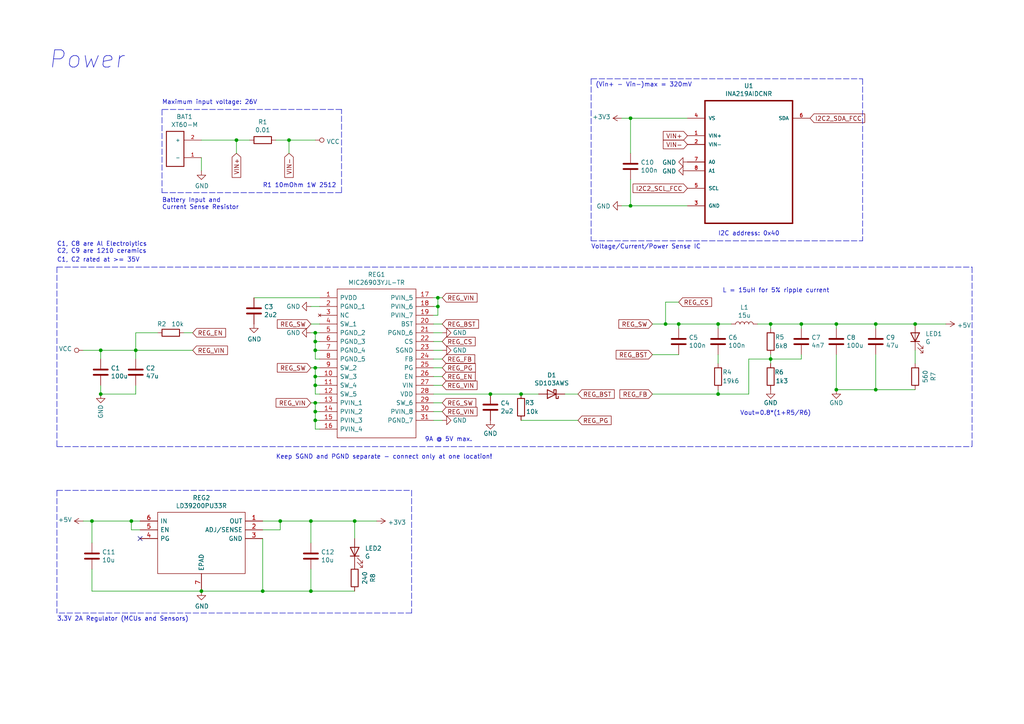
<source format=kicad_sch>
(kicad_sch
	(version 20250114)
	(generator "eeschema")
	(generator_version "9.0")
	(uuid "612a623b-fed0-4c71-99f1-4f225a882677")
	(paper "A4")
	(title_block
		(title "Power")
		(date "2026-01-22")
		(rev "0.3")
		(company "Shishir Alevoor")
	)
	(lib_symbols
		(symbol "Device:C"
			(pin_numbers
				(hide yes)
			)
			(pin_names
				(offset 0.254)
			)
			(exclude_from_sim no)
			(in_bom yes)
			(on_board yes)
			(property "Reference" "C"
				(at 0.635 2.54 0)
				(effects
					(font
						(size 1.27 1.27)
					)
					(justify left)
				)
			)
			(property "Value" "C"
				(at 0.635 -2.54 0)
				(effects
					(font
						(size 1.27 1.27)
					)
					(justify left)
				)
			)
			(property "Footprint" ""
				(at 0.9652 -3.81 0)
				(effects
					(font
						(size 1.27 1.27)
					)
					(hide yes)
				)
			)
			(property "Datasheet" "~"
				(at 0 0 0)
				(effects
					(font
						(size 1.27 1.27)
					)
					(hide yes)
				)
			)
			(property "Description" "Unpolarized capacitor"
				(at 0 0 0)
				(effects
					(font
						(size 1.27 1.27)
					)
					(hide yes)
				)
			)
			(property "ki_keywords" "cap capacitor"
				(at 0 0 0)
				(effects
					(font
						(size 1.27 1.27)
					)
					(hide yes)
				)
			)
			(property "ki_fp_filters" "C_*"
				(at 0 0 0)
				(effects
					(font
						(size 1.27 1.27)
					)
					(hide yes)
				)
			)
			(symbol "C_0_1"
				(polyline
					(pts
						(xy -2.032 0.762) (xy 2.032 0.762)
					)
					(stroke
						(width 0.508)
						(type default)
					)
					(fill
						(type none)
					)
				)
				(polyline
					(pts
						(xy -2.032 -0.762) (xy 2.032 -0.762)
					)
					(stroke
						(width 0.508)
						(type default)
					)
					(fill
						(type none)
					)
				)
			)
			(symbol "C_1_1"
				(pin passive line
					(at 0 3.81 270)
					(length 2.794)
					(name "~"
						(effects
							(font
								(size 1.27 1.27)
							)
						)
					)
					(number "1"
						(effects
							(font
								(size 1.27 1.27)
							)
						)
					)
				)
				(pin passive line
					(at 0 -3.81 90)
					(length 2.794)
					(name "~"
						(effects
							(font
								(size 1.27 1.27)
							)
						)
					)
					(number "2"
						(effects
							(font
								(size 1.27 1.27)
							)
						)
					)
				)
			)
			(embedded_fonts no)
		)
		(symbol "Device:D_Schottky"
			(pin_numbers
				(hide yes)
			)
			(pin_names
				(offset 1.016)
				(hide yes)
			)
			(exclude_from_sim no)
			(in_bom yes)
			(on_board yes)
			(property "Reference" "D"
				(at 0 2.54 0)
				(effects
					(font
						(size 1.27 1.27)
					)
				)
			)
			(property "Value" "D_Schottky"
				(at 0 -2.54 0)
				(effects
					(font
						(size 1.27 1.27)
					)
				)
			)
			(property "Footprint" ""
				(at 0 0 0)
				(effects
					(font
						(size 1.27 1.27)
					)
					(hide yes)
				)
			)
			(property "Datasheet" "~"
				(at 0 0 0)
				(effects
					(font
						(size 1.27 1.27)
					)
					(hide yes)
				)
			)
			(property "Description" "Schottky diode"
				(at 0 0 0)
				(effects
					(font
						(size 1.27 1.27)
					)
					(hide yes)
				)
			)
			(property "ki_keywords" "diode Schottky"
				(at 0 0 0)
				(effects
					(font
						(size 1.27 1.27)
					)
					(hide yes)
				)
			)
			(property "ki_fp_filters" "TO-???* *_Diode_* *SingleDiode* D_*"
				(at 0 0 0)
				(effects
					(font
						(size 1.27 1.27)
					)
					(hide yes)
				)
			)
			(symbol "D_Schottky_0_1"
				(polyline
					(pts
						(xy -1.905 0.635) (xy -1.905 1.27) (xy -1.27 1.27) (xy -1.27 -1.27) (xy -0.635 -1.27) (xy -0.635 -0.635)
					)
					(stroke
						(width 0.254)
						(type default)
					)
					(fill
						(type none)
					)
				)
				(polyline
					(pts
						(xy 1.27 1.27) (xy 1.27 -1.27) (xy -1.27 0) (xy 1.27 1.27)
					)
					(stroke
						(width 0.254)
						(type default)
					)
					(fill
						(type none)
					)
				)
				(polyline
					(pts
						(xy 1.27 0) (xy -1.27 0)
					)
					(stroke
						(width 0)
						(type default)
					)
					(fill
						(type none)
					)
				)
			)
			(symbol "D_Schottky_1_1"
				(pin passive line
					(at -3.81 0 0)
					(length 2.54)
					(name "K"
						(effects
							(font
								(size 1.27 1.27)
							)
						)
					)
					(number "1"
						(effects
							(font
								(size 1.27 1.27)
							)
						)
					)
				)
				(pin passive line
					(at 3.81 0 180)
					(length 2.54)
					(name "A"
						(effects
							(font
								(size 1.27 1.27)
							)
						)
					)
					(number "2"
						(effects
							(font
								(size 1.27 1.27)
							)
						)
					)
				)
			)
			(embedded_fonts no)
		)
		(symbol "Device:L"
			(pin_numbers
				(hide yes)
			)
			(pin_names
				(offset 1.016)
				(hide yes)
			)
			(exclude_from_sim no)
			(in_bom yes)
			(on_board yes)
			(property "Reference" "L"
				(at -1.27 0 90)
				(effects
					(font
						(size 1.27 1.27)
					)
				)
			)
			(property "Value" "L"
				(at 1.905 0 90)
				(effects
					(font
						(size 1.27 1.27)
					)
				)
			)
			(property "Footprint" ""
				(at 0 0 0)
				(effects
					(font
						(size 1.27 1.27)
					)
					(hide yes)
				)
			)
			(property "Datasheet" "~"
				(at 0 0 0)
				(effects
					(font
						(size 1.27 1.27)
					)
					(hide yes)
				)
			)
			(property "Description" "Inductor"
				(at 0 0 0)
				(effects
					(font
						(size 1.27 1.27)
					)
					(hide yes)
				)
			)
			(property "ki_keywords" "inductor choke coil reactor magnetic"
				(at 0 0 0)
				(effects
					(font
						(size 1.27 1.27)
					)
					(hide yes)
				)
			)
			(property "ki_fp_filters" "Choke_* *Coil* Inductor_* L_*"
				(at 0 0 0)
				(effects
					(font
						(size 1.27 1.27)
					)
					(hide yes)
				)
			)
			(symbol "L_0_1"
				(arc
					(start 0 2.54)
					(mid 0.6323 1.905)
					(end 0 1.27)
					(stroke
						(width 0)
						(type default)
					)
					(fill
						(type none)
					)
				)
				(arc
					(start 0 1.27)
					(mid 0.6323 0.635)
					(end 0 0)
					(stroke
						(width 0)
						(type default)
					)
					(fill
						(type none)
					)
				)
				(arc
					(start 0 0)
					(mid 0.6323 -0.635)
					(end 0 -1.27)
					(stroke
						(width 0)
						(type default)
					)
					(fill
						(type none)
					)
				)
				(arc
					(start 0 -1.27)
					(mid 0.6323 -1.905)
					(end 0 -2.54)
					(stroke
						(width 0)
						(type default)
					)
					(fill
						(type none)
					)
				)
			)
			(symbol "L_1_1"
				(pin passive line
					(at 0 3.81 270)
					(length 1.27)
					(name "1"
						(effects
							(font
								(size 1.27 1.27)
							)
						)
					)
					(number "1"
						(effects
							(font
								(size 1.27 1.27)
							)
						)
					)
				)
				(pin passive line
					(at 0 -3.81 90)
					(length 1.27)
					(name "2"
						(effects
							(font
								(size 1.27 1.27)
							)
						)
					)
					(number "2"
						(effects
							(font
								(size 1.27 1.27)
							)
						)
					)
				)
			)
			(embedded_fonts no)
		)
		(symbol "Device:LED"
			(pin_numbers
				(hide yes)
			)
			(pin_names
				(offset 1.016)
				(hide yes)
			)
			(exclude_from_sim no)
			(in_bom yes)
			(on_board yes)
			(property "Reference" "D"
				(at 0 2.54 0)
				(effects
					(font
						(size 1.27 1.27)
					)
				)
			)
			(property "Value" "LED"
				(at 0 -2.54 0)
				(effects
					(font
						(size 1.27 1.27)
					)
				)
			)
			(property "Footprint" ""
				(at 0 0 0)
				(effects
					(font
						(size 1.27 1.27)
					)
					(hide yes)
				)
			)
			(property "Datasheet" "~"
				(at 0 0 0)
				(effects
					(font
						(size 1.27 1.27)
					)
					(hide yes)
				)
			)
			(property "Description" "Light emitting diode"
				(at 0 0 0)
				(effects
					(font
						(size 1.27 1.27)
					)
					(hide yes)
				)
			)
			(property "Sim.Pins" "1=K 2=A"
				(at 0 0 0)
				(effects
					(font
						(size 1.27 1.27)
					)
					(hide yes)
				)
			)
			(property "ki_keywords" "LED diode"
				(at 0 0 0)
				(effects
					(font
						(size 1.27 1.27)
					)
					(hide yes)
				)
			)
			(property "ki_fp_filters" "LED* LED_SMD:* LED_THT:*"
				(at 0 0 0)
				(effects
					(font
						(size 1.27 1.27)
					)
					(hide yes)
				)
			)
			(symbol "LED_0_1"
				(polyline
					(pts
						(xy -3.048 -0.762) (xy -4.572 -2.286) (xy -3.81 -2.286) (xy -4.572 -2.286) (xy -4.572 -1.524)
					)
					(stroke
						(width 0)
						(type default)
					)
					(fill
						(type none)
					)
				)
				(polyline
					(pts
						(xy -1.778 -0.762) (xy -3.302 -2.286) (xy -2.54 -2.286) (xy -3.302 -2.286) (xy -3.302 -1.524)
					)
					(stroke
						(width 0)
						(type default)
					)
					(fill
						(type none)
					)
				)
				(polyline
					(pts
						(xy -1.27 0) (xy 1.27 0)
					)
					(stroke
						(width 0)
						(type default)
					)
					(fill
						(type none)
					)
				)
				(polyline
					(pts
						(xy -1.27 -1.27) (xy -1.27 1.27)
					)
					(stroke
						(width 0.254)
						(type default)
					)
					(fill
						(type none)
					)
				)
				(polyline
					(pts
						(xy 1.27 -1.27) (xy 1.27 1.27) (xy -1.27 0) (xy 1.27 -1.27)
					)
					(stroke
						(width 0.254)
						(type default)
					)
					(fill
						(type none)
					)
				)
			)
			(symbol "LED_1_1"
				(pin passive line
					(at -3.81 0 0)
					(length 2.54)
					(name "K"
						(effects
							(font
								(size 1.27 1.27)
							)
						)
					)
					(number "1"
						(effects
							(font
								(size 1.27 1.27)
							)
						)
					)
				)
				(pin passive line
					(at 3.81 0 180)
					(length 2.54)
					(name "A"
						(effects
							(font
								(size 1.27 1.27)
							)
						)
					)
					(number "2"
						(effects
							(font
								(size 1.27 1.27)
							)
						)
					)
				)
			)
			(embedded_fonts no)
		)
		(symbol "Device:R"
			(pin_numbers
				(hide yes)
			)
			(pin_names
				(offset 0)
			)
			(exclude_from_sim no)
			(in_bom yes)
			(on_board yes)
			(property "Reference" "R"
				(at 2.032 0 90)
				(effects
					(font
						(size 1.27 1.27)
					)
				)
			)
			(property "Value" "R"
				(at 0 0 90)
				(effects
					(font
						(size 1.27 1.27)
					)
				)
			)
			(property "Footprint" ""
				(at -1.778 0 90)
				(effects
					(font
						(size 1.27 1.27)
					)
					(hide yes)
				)
			)
			(property "Datasheet" "~"
				(at 0 0 0)
				(effects
					(font
						(size 1.27 1.27)
					)
					(hide yes)
				)
			)
			(property "Description" "Resistor"
				(at 0 0 0)
				(effects
					(font
						(size 1.27 1.27)
					)
					(hide yes)
				)
			)
			(property "ki_keywords" "R res resistor"
				(at 0 0 0)
				(effects
					(font
						(size 1.27 1.27)
					)
					(hide yes)
				)
			)
			(property "ki_fp_filters" "R_*"
				(at 0 0 0)
				(effects
					(font
						(size 1.27 1.27)
					)
					(hide yes)
				)
			)
			(symbol "R_0_1"
				(rectangle
					(start -1.016 -2.54)
					(end 1.016 2.54)
					(stroke
						(width 0.254)
						(type default)
					)
					(fill
						(type none)
					)
				)
			)
			(symbol "R_1_1"
				(pin passive line
					(at 0 3.81 270)
					(length 1.27)
					(name "~"
						(effects
							(font
								(size 1.27 1.27)
							)
						)
					)
					(number "1"
						(effects
							(font
								(size 1.27 1.27)
							)
						)
					)
				)
				(pin passive line
					(at 0 -3.81 90)
					(length 1.27)
					(name "~"
						(effects
							(font
								(size 1.27 1.27)
							)
						)
					)
					(number "2"
						(effects
							(font
								(size 1.27 1.27)
							)
						)
					)
				)
			)
			(embedded_fonts no)
		)
		(symbol "Hades-rescue:+3.3V-power"
			(power)
			(pin_names
				(offset 0)
			)
			(exclude_from_sim no)
			(in_bom yes)
			(on_board yes)
			(property "Reference" "#PWR"
				(at 0 -3.81 0)
				(effects
					(font
						(size 1.27 1.27)
					)
					(hide yes)
				)
			)
			(property "Value" "power:+3.3V"
				(at 0 3.556 0)
				(effects
					(font
						(size 1.27 1.27)
					)
				)
			)
			(property "Footprint" ""
				(at 0 0 0)
				(effects
					(font
						(size 1.27 1.27)
					)
					(hide yes)
				)
			)
			(property "Datasheet" ""
				(at 0 0 0)
				(effects
					(font
						(size 1.27 1.27)
					)
					(hide yes)
				)
			)
			(property "Description" ""
				(at 0 0 0)
				(effects
					(font
						(size 1.27 1.27)
					)
					(hide yes)
				)
			)
			(symbol "+3.3V-power_0_1"
				(polyline
					(pts
						(xy -0.762 1.27) (xy 0 2.54)
					)
					(stroke
						(width 0)
						(type solid)
					)
					(fill
						(type none)
					)
				)
				(polyline
					(pts
						(xy 0 2.54) (xy 0.762 1.27)
					)
					(stroke
						(width 0)
						(type solid)
					)
					(fill
						(type none)
					)
				)
				(polyline
					(pts
						(xy 0 0) (xy 0 2.54)
					)
					(stroke
						(width 0)
						(type solid)
					)
					(fill
						(type none)
					)
				)
			)
			(symbol "+3.3V-power_1_1"
				(pin power_in line
					(at 0 0 90)
					(length 0)
					(hide yes)
					(name "+3V3"
						(effects
							(font
								(size 1.27 1.27)
							)
						)
					)
					(number "1"
						(effects
							(font
								(size 1.27 1.27)
							)
						)
					)
				)
			)
			(embedded_fonts no)
		)
		(symbol "Hades-rescue:+5V-power"
			(power)
			(pin_names
				(offset 0)
			)
			(exclude_from_sim no)
			(in_bom yes)
			(on_board yes)
			(property "Reference" "#PWR"
				(at 0 -3.81 0)
				(effects
					(font
						(size 1.27 1.27)
					)
					(hide yes)
				)
			)
			(property "Value" "power:+5V"
				(at 0 3.556 0)
				(effects
					(font
						(size 1.27 1.27)
					)
				)
			)
			(property "Footprint" ""
				(at 0 0 0)
				(effects
					(font
						(size 1.27 1.27)
					)
					(hide yes)
				)
			)
			(property "Datasheet" ""
				(at 0 0 0)
				(effects
					(font
						(size 1.27 1.27)
					)
					(hide yes)
				)
			)
			(property "Description" ""
				(at 0 0 0)
				(effects
					(font
						(size 1.27 1.27)
					)
					(hide yes)
				)
			)
			(symbol "+5V-power_0_1"
				(polyline
					(pts
						(xy -0.762 1.27) (xy 0 2.54)
					)
					(stroke
						(width 0)
						(type solid)
					)
					(fill
						(type none)
					)
				)
				(polyline
					(pts
						(xy 0 2.54) (xy 0.762 1.27)
					)
					(stroke
						(width 0)
						(type solid)
					)
					(fill
						(type none)
					)
				)
				(polyline
					(pts
						(xy 0 0) (xy 0 2.54)
					)
					(stroke
						(width 0)
						(type solid)
					)
					(fill
						(type none)
					)
				)
			)
			(symbol "+5V-power_1_1"
				(pin power_in line
					(at 0 0 90)
					(length 0)
					(hide yes)
					(name "+5V"
						(effects
							(font
								(size 1.27 1.27)
							)
						)
					)
					(number "1"
						(effects
							(font
								(size 1.27 1.27)
							)
						)
					)
				)
			)
			(embedded_fonts no)
		)
		(symbol "Hades-rescue:GND-power"
			(power)
			(pin_names
				(offset 0)
			)
			(exclude_from_sim no)
			(in_bom yes)
			(on_board yes)
			(property "Reference" "#PWR"
				(at 0 -6.35 0)
				(effects
					(font
						(size 1.27 1.27)
					)
					(hide yes)
				)
			)
			(property "Value" "power:GND"
				(at 0 -3.81 0)
				(effects
					(font
						(size 1.27 1.27)
					)
				)
			)
			(property "Footprint" ""
				(at 0 0 0)
				(effects
					(font
						(size 1.27 1.27)
					)
					(hide yes)
				)
			)
			(property "Datasheet" ""
				(at 0 0 0)
				(effects
					(font
						(size 1.27 1.27)
					)
					(hide yes)
				)
			)
			(property "Description" ""
				(at 0 0 0)
				(effects
					(font
						(size 1.27 1.27)
					)
					(hide yes)
				)
			)
			(symbol "GND-power_0_1"
				(polyline
					(pts
						(xy 0 0) (xy 0 -1.27) (xy 1.27 -1.27) (xy 0 -2.54) (xy -1.27 -1.27) (xy 0 -1.27)
					)
					(stroke
						(width 0)
						(type solid)
					)
					(fill
						(type none)
					)
				)
			)
			(symbol "GND-power_1_1"
				(pin power_in line
					(at 0 0 270)
					(length 0)
					(hide yes)
					(name "GND"
						(effects
							(font
								(size 1.27 1.27)
							)
						)
					)
					(number "1"
						(effects
							(font
								(size 1.27 1.27)
							)
						)
					)
				)
			)
			(embedded_fonts no)
		)
		(symbol "Hades-rescue:VCC-power"
			(power)
			(pin_names
				(offset 0)
			)
			(exclude_from_sim no)
			(in_bom yes)
			(on_board yes)
			(property "Reference" "#PWR"
				(at 0 -3.81 0)
				(effects
					(font
						(size 1.27 1.27)
					)
					(hide yes)
				)
			)
			(property "Value" "power:VCC"
				(at 0 3.81 0)
				(effects
					(font
						(size 1.27 1.27)
					)
				)
			)
			(property "Footprint" ""
				(at 0 0 0)
				(effects
					(font
						(size 1.27 1.27)
					)
					(hide yes)
				)
			)
			(property "Datasheet" ""
				(at 0 0 0)
				(effects
					(font
						(size 1.27 1.27)
					)
					(hide yes)
				)
			)
			(property "Description" ""
				(at 0 0 0)
				(effects
					(font
						(size 1.27 1.27)
					)
					(hide yes)
				)
			)
			(symbol "VCC-power_0_1"
				(circle
					(center 0 1.905)
					(radius 0.635)
					(stroke
						(width 0)
						(type solid)
					)
					(fill
						(type none)
					)
				)
				(polyline
					(pts
						(xy 0 0) (xy 0 1.27)
					)
					(stroke
						(width 0)
						(type solid)
					)
					(fill
						(type none)
					)
				)
			)
			(symbol "VCC-power_1_1"
				(pin power_in line
					(at 0 0 90)
					(length 0)
					(hide yes)
					(name "VCC"
						(effects
							(font
								(size 1.27 1.27)
							)
						)
					)
					(number "1"
						(effects
							(font
								(size 1.27 1.27)
							)
						)
					)
				)
			)
			(embedded_fonts no)
		)
		(symbol "INA219AIDCNR_1"
			(pin_names
				(offset 1.016)
			)
			(exclude_from_sim no)
			(in_bom yes)
			(on_board yes)
			(property "Reference" "U"
				(at -5.3594 19.304 0)
				(effects
					(font
						(size 1.27 1.27)
					)
					(justify left bottom)
				)
			)
			(property "Value" "INA219AIDCNR"
				(at -4.7244 -25.8064 0)
				(effects
					(font
						(size 1.27 1.27)
					)
					(justify left bottom)
				)
			)
			(property "Footprint" "SOT65P280X145-8N"
				(at 0 0 0)
				(effects
					(font
						(size 1.27 1.27)
					)
					(justify left bottom)
					(hide yes)
				)
			)
			(property "Datasheet" "Unavailable"
				(at 0 0 0)
				(effects
					(font
						(size 1.27 1.27)
					)
					(justify left bottom)
					(hide yes)
				)
			)
			(property "Description" ""
				(at 0 0 0)
				(effects
					(font
						(size 1.27 1.27)
					)
					(hide yes)
				)
			)
			(property "Field5" "26-V, Bi-Directional, Zero-Drift, High-Side, I2C Out Current/Power Monitor 8-SOT-23 -40 to 125"
				(at 0 0 0)
				(effects
					(font
						(size 1.27 1.27)
					)
					(justify left bottom)
					(hide yes)
				)
			)
			(property "Field6" "Texas Instruments"
				(at 0 0 0)
				(effects
					(font
						(size 1.27 1.27)
					)
					(justify left bottom)
					(hide yes)
				)
			)
			(property "Field7" "SOT-23 Texas Instruments"
				(at 0 0 0)
				(effects
					(font
						(size 1.27 1.27)
					)
					(justify left bottom)
					(hide yes)
				)
			)
			(property "Field8" "None"
				(at 0 0 0)
				(effects
					(font
						(size 1.27 1.27)
					)
					(justify left bottom)
					(hide yes)
				)
			)
			(property "Field9" "INA219AIDCNR"
				(at 0 0 0)
				(effects
					(font
						(size 1.27 1.27)
					)
					(justify left bottom)
					(hide yes)
				)
			)
			(property "ki_locked" ""
				(at 0 0 0)
				(effects
					(font
						(size 1.27 1.27)
					)
				)
			)
			(symbol "INA219AIDCNR_1_0_0"
				(polyline
					(pts
						(xy -12.7 15.24) (xy -12.7 -20.32)
					)
					(stroke
						(width 0.4064)
						(type solid)
					)
					(fill
						(type none)
					)
				)
				(polyline
					(pts
						(xy -12.7 -20.32) (xy 12.7 -20.32)
					)
					(stroke
						(width 0.4064)
						(type solid)
					)
					(fill
						(type none)
					)
				)
				(polyline
					(pts
						(xy 12.7 15.24) (xy -12.7 15.24)
					)
					(stroke
						(width 0.4064)
						(type solid)
					)
					(fill
						(type none)
					)
				)
				(polyline
					(pts
						(xy 12.7 -20.32) (xy 12.7 15.24)
					)
					(stroke
						(width 0.4064)
						(type solid)
					)
					(fill
						(type none)
					)
				)
				(pin power_in line
					(at -17.78 10.16 0)
					(length 5.08)
					(name "VS"
						(effects
							(font
								(size 1.016 1.016)
							)
						)
					)
					(number "4"
						(effects
							(font
								(size 1.016 1.016)
							)
						)
					)
				)
				(pin input line
					(at -17.78 5.08 0)
					(length 5.08)
					(name "VIN+"
						(effects
							(font
								(size 1.016 1.016)
							)
						)
					)
					(number "1"
						(effects
							(font
								(size 1.016 1.016)
							)
						)
					)
				)
				(pin input line
					(at -17.78 2.54 0)
					(length 5.08)
					(name "VIN-"
						(effects
							(font
								(size 1.016 1.016)
							)
						)
					)
					(number "2"
						(effects
							(font
								(size 1.016 1.016)
							)
						)
					)
				)
				(pin input line
					(at -17.78 -2.54 0)
					(length 5.08)
					(name "A0"
						(effects
							(font
								(size 1.016 1.016)
							)
						)
					)
					(number "7"
						(effects
							(font
								(size 1.016 1.016)
							)
						)
					)
				)
				(pin input line
					(at -17.78 -5.08 0)
					(length 5.08)
					(name "A1"
						(effects
							(font
								(size 1.016 1.016)
							)
						)
					)
					(number "8"
						(effects
							(font
								(size 1.016 1.016)
							)
						)
					)
				)
				(pin input line
					(at -17.78 -10.16 0)
					(length 5.08)
					(name "SCL"
						(effects
							(font
								(size 1.016 1.016)
							)
						)
					)
					(number "5"
						(effects
							(font
								(size 1.016 1.016)
							)
						)
					)
				)
				(pin passive line
					(at -17.78 -15.24 0)
					(length 5.08)
					(name "GND"
						(effects
							(font
								(size 1.016 1.016)
							)
						)
					)
					(number "3"
						(effects
							(font
								(size 1.016 1.016)
							)
						)
					)
				)
				(pin bidirectional line
					(at 17.78 10.16 180)
					(length 5.08)
					(name "SDA"
						(effects
							(font
								(size 1.016 1.016)
							)
						)
					)
					(number "6"
						(effects
							(font
								(size 1.016 1.016)
							)
						)
					)
				)
			)
			(embedded_fonts no)
		)
		(symbol "INA219AIDCNR_2"
			(pin_names
				(offset 1.016)
			)
			(exclude_from_sim no)
			(in_bom yes)
			(on_board yes)
			(property "Reference" "U"
				(at -5.3594 19.304 0)
				(effects
					(font
						(size 1.27 1.27)
					)
					(justify left bottom)
				)
			)
			(property "Value" "INA219AIDCNR"
				(at -4.7244 -25.8064 0)
				(effects
					(font
						(size 1.27 1.27)
					)
					(justify left bottom)
				)
			)
			(property "Footprint" "SOT65P280X145-8N"
				(at 0 0 0)
				(effects
					(font
						(size 1.27 1.27)
					)
					(justify left bottom)
					(hide yes)
				)
			)
			(property "Datasheet" "Unavailable"
				(at 0 0 0)
				(effects
					(font
						(size 1.27 1.27)
					)
					(justify left bottom)
					(hide yes)
				)
			)
			(property "Description" ""
				(at 0 0 0)
				(effects
					(font
						(size 1.27 1.27)
					)
					(hide yes)
				)
			)
			(property "Field5" "26-V, Bi-Directional, Zero-Drift, High-Side, I2C Out Current/Power Monitor 8-SOT-23 -40 to 125"
				(at 0 0 0)
				(effects
					(font
						(size 1.27 1.27)
					)
					(justify left bottom)
					(hide yes)
				)
			)
			(property "Field6" "Texas Instruments"
				(at 0 0 0)
				(effects
					(font
						(size 1.27 1.27)
					)
					(justify left bottom)
					(hide yes)
				)
			)
			(property "Field7" "SOT-23 Texas Instruments"
				(at 0 0 0)
				(effects
					(font
						(size 1.27 1.27)
					)
					(justify left bottom)
					(hide yes)
				)
			)
			(property "Field8" "None"
				(at 0 0 0)
				(effects
					(font
						(size 1.27 1.27)
					)
					(justify left bottom)
					(hide yes)
				)
			)
			(property "Field9" "INA219AIDCNR"
				(at 0 0 0)
				(effects
					(font
						(size 1.27 1.27)
					)
					(justify left bottom)
					(hide yes)
				)
			)
			(property "ki_locked" ""
				(at 0 0 0)
				(effects
					(font
						(size 1.27 1.27)
					)
				)
			)
			(symbol "INA219AIDCNR_2_0_0"
				(polyline
					(pts
						(xy -12.7 15.24) (xy -12.7 -20.32)
					)
					(stroke
						(width 0.4064)
						(type solid)
					)
					(fill
						(type none)
					)
				)
				(polyline
					(pts
						(xy -12.7 -20.32) (xy 12.7 -20.32)
					)
					(stroke
						(width 0.4064)
						(type solid)
					)
					(fill
						(type none)
					)
				)
				(polyline
					(pts
						(xy 12.7 15.24) (xy -12.7 15.24)
					)
					(stroke
						(width 0.4064)
						(type solid)
					)
					(fill
						(type none)
					)
				)
				(polyline
					(pts
						(xy 12.7 -20.32) (xy 12.7 15.24)
					)
					(stroke
						(width 0.4064)
						(type solid)
					)
					(fill
						(type none)
					)
				)
				(pin power_in line
					(at -17.78 10.16 0)
					(length 5.08)
					(name "VS"
						(effects
							(font
								(size 1.016 1.016)
							)
						)
					)
					(number "4"
						(effects
							(font
								(size 1.016 1.016)
							)
						)
					)
				)
				(pin input line
					(at -17.78 5.08 0)
					(length 5.08)
					(name "VIN+"
						(effects
							(font
								(size 1.016 1.016)
							)
						)
					)
					(number "1"
						(effects
							(font
								(size 1.016 1.016)
							)
						)
					)
				)
				(pin input line
					(at -17.78 2.54 0)
					(length 5.08)
					(name "VIN-"
						(effects
							(font
								(size 1.016 1.016)
							)
						)
					)
					(number "2"
						(effects
							(font
								(size 1.016 1.016)
							)
						)
					)
				)
				(pin input line
					(at -17.78 -2.54 0)
					(length 5.08)
					(name "A0"
						(effects
							(font
								(size 1.016 1.016)
							)
						)
					)
					(number "7"
						(effects
							(font
								(size 1.016 1.016)
							)
						)
					)
				)
				(pin input line
					(at -17.78 -5.08 0)
					(length 5.08)
					(name "A1"
						(effects
							(font
								(size 1.016 1.016)
							)
						)
					)
					(number "8"
						(effects
							(font
								(size 1.016 1.016)
							)
						)
					)
				)
				(pin input line
					(at -17.78 -10.16 0)
					(length 5.08)
					(name "SCL"
						(effects
							(font
								(size 1.016 1.016)
							)
						)
					)
					(number "5"
						(effects
							(font
								(size 1.016 1.016)
							)
						)
					)
				)
				(pin passive line
					(at -17.78 -15.24 0)
					(length 5.08)
					(name "GND"
						(effects
							(font
								(size 1.016 1.016)
							)
						)
					)
					(number "3"
						(effects
							(font
								(size 1.016 1.016)
							)
						)
					)
				)
				(pin bidirectional line
					(at 17.78 10.16 180)
					(length 5.08)
					(name "SDA"
						(effects
							(font
								(size 1.016 1.016)
							)
						)
					)
					(number "6"
						(effects
							(font
								(size 1.016 1.016)
							)
						)
					)
				)
			)
			(embedded_fonts no)
		)
		(symbol "LD39200PU33R:LD39200PU33R"
			(pin_names
				(offset 0.762)
			)
			(exclude_from_sim no)
			(in_bom yes)
			(on_board yes)
			(property "Reference" "IC"
				(at 31.75 7.62 0)
				(effects
					(font
						(size 1.27 1.27)
					)
					(justify left)
				)
			)
			(property "Value" "LD39200PU33R"
				(at 31.75 5.08 0)
				(effects
					(font
						(size 1.27 1.27)
					)
					(justify left)
				)
			)
			(property "Footprint" "SON95P300X300X100-7N-D"
				(at 31.75 2.54 0)
				(effects
					(font
						(size 1.27 1.27)
					)
					(justify left)
					(hide yes)
				)
			)
			(property "Datasheet" "https://www.st.com/resource/en/datasheet/ld39200.pdf"
				(at 31.75 0 0)
				(effects
					(font
						(size 1.27 1.27)
					)
					(justify left)
					(hide yes)
				)
			)
			(property "Description" "LDO Voltage Regulators 2 A high PSRR ultra low drop linear regulator with reverse current protection"
				(at 0 0 0)
				(effects
					(font
						(size 1.27 1.27)
					)
					(hide yes)
				)
			)
			(property "Description_1" "LDO Voltage Regulators 2 A high PSRR ultra low drop linear regulator with reverse current protection"
				(at 31.75 -2.54 0)
				(effects
					(font
						(size 1.27 1.27)
					)
					(justify left)
					(hide yes)
				)
			)
			(property "Height" "1"
				(at 31.75 -5.08 0)
				(effects
					(font
						(size 1.27 1.27)
					)
					(justify left)
					(hide yes)
				)
			)
			(property "Manufacturer_Name" "STMicroelectronics"
				(at 31.75 -7.62 0)
				(effects
					(font
						(size 1.27 1.27)
					)
					(justify left)
					(hide yes)
				)
			)
			(property "Manufacturer_Part_Number" "LD39200PU33R"
				(at 31.75 -10.16 0)
				(effects
					(font
						(size 1.27 1.27)
					)
					(justify left)
					(hide yes)
				)
			)
			(property "Mouser Part Number" "511-LD39200PU33R"
				(at 31.75 -12.7 0)
				(effects
					(font
						(size 1.27 1.27)
					)
					(justify left)
					(hide yes)
				)
			)
			(property "Mouser Price/Stock" "https://www.mouser.com/Search/Refine.aspx?Keyword=511-LD39200PU33R"
				(at 31.75 -15.24 0)
				(effects
					(font
						(size 1.27 1.27)
					)
					(justify left)
					(hide yes)
				)
			)
			(property "RS Part Number" ""
				(at 31.75 -17.78 0)
				(effects
					(font
						(size 1.27 1.27)
					)
					(justify left)
					(hide yes)
				)
			)
			(property "RS Price/Stock" ""
				(at 31.75 -20.32 0)
				(effects
					(font
						(size 1.27 1.27)
					)
					(justify left)
					(hide yes)
				)
			)
			(symbol "LD39200PU33R_0_0"
				(pin unspecified line
					(at 0 0 0)
					(length 5.08)
					(name "OUT"
						(effects
							(font
								(size 1.27 1.27)
							)
						)
					)
					(number "1"
						(effects
							(font
								(size 1.27 1.27)
							)
						)
					)
				)
				(pin unspecified line
					(at 0 -2.54 0)
					(length 5.08)
					(name "ADJ/SENSE"
						(effects
							(font
								(size 1.27 1.27)
							)
						)
					)
					(number "2"
						(effects
							(font
								(size 1.27 1.27)
							)
						)
					)
				)
				(pin unspecified line
					(at 0 -5.08 0)
					(length 5.08)
					(name "GND"
						(effects
							(font
								(size 1.27 1.27)
							)
						)
					)
					(number "3"
						(effects
							(font
								(size 1.27 1.27)
							)
						)
					)
				)
				(pin unspecified line
					(at 17.78 -20.32 90)
					(length 5.08)
					(name "EPAD"
						(effects
							(font
								(size 1.27 1.27)
							)
						)
					)
					(number "7"
						(effects
							(font
								(size 1.27 1.27)
							)
						)
					)
				)
				(pin unspecified line
					(at 35.56 0 180)
					(length 5.08)
					(name "IN"
						(effects
							(font
								(size 1.27 1.27)
							)
						)
					)
					(number "6"
						(effects
							(font
								(size 1.27 1.27)
							)
						)
					)
				)
				(pin unspecified line
					(at 35.56 -2.54 180)
					(length 5.08)
					(name "EN"
						(effects
							(font
								(size 1.27 1.27)
							)
						)
					)
					(number "5"
						(effects
							(font
								(size 1.27 1.27)
							)
						)
					)
				)
				(pin unspecified line
					(at 35.56 -5.08 180)
					(length 5.08)
					(name "PG"
						(effects
							(font
								(size 1.27 1.27)
							)
						)
					)
					(number "4"
						(effects
							(font
								(size 1.27 1.27)
							)
						)
					)
				)
			)
			(symbol "LD39200PU33R_0_1"
				(polyline
					(pts
						(xy 5.08 2.54) (xy 30.48 2.54) (xy 30.48 -15.24) (xy 5.08 -15.24) (xy 5.08 2.54)
					)
					(stroke
						(width 0.1524)
						(type solid)
					)
					(fill
						(type none)
					)
				)
			)
			(embedded_fonts no)
		)
		(symbol "MIC26903YJL-TR:MIC26903YJL-TR"
			(pin_names
				(offset 0.762)
			)
			(exclude_from_sim no)
			(in_bom yes)
			(on_board yes)
			(property "Reference" "IC"
				(at 29.21 7.62 0)
				(effects
					(font
						(size 1.27 1.27)
					)
					(justify left)
				)
			)
			(property "Value" "MIC26903YJL-TR"
				(at 29.21 5.08 0)
				(effects
					(font
						(size 1.27 1.27)
					)
					(justify left)
				)
			)
			(property "Footprint" "MIC24054YJLTR"
				(at 29.21 2.54 0)
				(effects
					(font
						(size 1.27 1.27)
					)
					(justify left)
					(hide yes)
				)
			)
			(property "Datasheet" "http://www.mouser.com/datasheet/2/268/MIC26903-778571.pdf"
				(at 29.21 0 0)
				(effects
					(font
						(size 1.27 1.27)
					)
					(justify left)
					(hide yes)
				)
			)
			(property "Description" "Switching Voltage Regulators 28V, 9A HyperLight Load  Synchronous DC/DC Buck Regulator SuperSwitcher IIG"
				(at 0 0 0)
				(effects
					(font
						(size 1.27 1.27)
					)
					(hide yes)
				)
			)
			(property "Description_1" "Switching Voltage Regulators 28V, 9A HyperLight Load  Synchronous DC/DC Buck Regulator SuperSwitcher IIG"
				(at 29.21 -2.54 0)
				(effects
					(font
						(size 1.27 1.27)
					)
					(justify left)
					(hide yes)
				)
			)
			(property "Height" "2"
				(at 29.21 -5.08 0)
				(effects
					(font
						(size 1.27 1.27)
					)
					(justify left)
					(hide yes)
				)
			)
			(property "Manufacturer_Name" "Micrel"
				(at 29.21 -7.62 0)
				(effects
					(font
						(size 1.27 1.27)
					)
					(justify left)
					(hide yes)
				)
			)
			(property "Manufacturer_Part_Number" "MIC26903YJL-TR"
				(at 29.21 -10.16 0)
				(effects
					(font
						(size 1.27 1.27)
					)
					(justify left)
					(hide yes)
				)
			)
			(property "Mouser Part Number" "998-MIC26903YJLTR"
				(at 29.21 -12.7 0)
				(effects
					(font
						(size 1.27 1.27)
					)
					(justify left)
					(hide yes)
				)
			)
			(property "Mouser Price/Stock" "https://www.mouser.com/Search/Refine.aspx?Keyword=998-MIC26903YJLTR"
				(at 29.21 -15.24 0)
				(effects
					(font
						(size 1.27 1.27)
					)
					(justify left)
					(hide yes)
				)
			)
			(property "RS Part Number" ""
				(at 29.21 -17.78 0)
				(effects
					(font
						(size 1.27 1.27)
					)
					(justify left)
					(hide yes)
				)
			)
			(property "RS Price/Stock" ""
				(at 29.21 -20.32 0)
				(effects
					(font
						(size 1.27 1.27)
					)
					(justify left)
					(hide yes)
				)
			)
			(symbol "MIC26903YJL-TR_0_0"
				(pin unspecified line
					(at 0 0 0)
					(length 5.08)
					(name "PVDD"
						(effects
							(font
								(size 1.27 1.27)
							)
						)
					)
					(number "1"
						(effects
							(font
								(size 1.27 1.27)
							)
						)
					)
				)
				(pin unspecified line
					(at 0 -2.54 0)
					(length 5.08)
					(name "PGND_1"
						(effects
							(font
								(size 1.27 1.27)
							)
						)
					)
					(number "2"
						(effects
							(font
								(size 1.27 1.27)
							)
						)
					)
				)
				(pin no_connect line
					(at 0 -5.08 0)
					(length 5.08)
					(name "NC"
						(effects
							(font
								(size 1.27 1.27)
							)
						)
					)
					(number "3"
						(effects
							(font
								(size 1.27 1.27)
							)
						)
					)
				)
				(pin unspecified line
					(at 0 -7.62 0)
					(length 5.08)
					(name "SW_1"
						(effects
							(font
								(size 1.27 1.27)
							)
						)
					)
					(number "4"
						(effects
							(font
								(size 1.27 1.27)
							)
						)
					)
				)
				(pin unspecified line
					(at 0 -10.16 0)
					(length 5.08)
					(name "PGND_2"
						(effects
							(font
								(size 1.27 1.27)
							)
						)
					)
					(number "5"
						(effects
							(font
								(size 1.27 1.27)
							)
						)
					)
				)
				(pin unspecified line
					(at 0 -12.7 0)
					(length 5.08)
					(name "PGND_3"
						(effects
							(font
								(size 1.27 1.27)
							)
						)
					)
					(number "6"
						(effects
							(font
								(size 1.27 1.27)
							)
						)
					)
				)
				(pin unspecified line
					(at 0 -15.24 0)
					(length 5.08)
					(name "PGND_4"
						(effects
							(font
								(size 1.27 1.27)
							)
						)
					)
					(number "7"
						(effects
							(font
								(size 1.27 1.27)
							)
						)
					)
				)
				(pin unspecified line
					(at 0 -17.78 0)
					(length 5.08)
					(name "PGND_5"
						(effects
							(font
								(size 1.27 1.27)
							)
						)
					)
					(number "8"
						(effects
							(font
								(size 1.27 1.27)
							)
						)
					)
				)
				(pin unspecified line
					(at 0 -20.32 0)
					(length 5.08)
					(name "SW_2"
						(effects
							(font
								(size 1.27 1.27)
							)
						)
					)
					(number "9"
						(effects
							(font
								(size 1.27 1.27)
							)
						)
					)
				)
				(pin unspecified line
					(at 0 -22.86 0)
					(length 5.08)
					(name "SW_3"
						(effects
							(font
								(size 1.27 1.27)
							)
						)
					)
					(number "10"
						(effects
							(font
								(size 1.27 1.27)
							)
						)
					)
				)
				(pin unspecified line
					(at 0 -25.4 0)
					(length 5.08)
					(name "SW_4"
						(effects
							(font
								(size 1.27 1.27)
							)
						)
					)
					(number "11"
						(effects
							(font
								(size 1.27 1.27)
							)
						)
					)
				)
				(pin unspecified line
					(at 0 -27.94 0)
					(length 5.08)
					(name "SW_5"
						(effects
							(font
								(size 1.27 1.27)
							)
						)
					)
					(number "12"
						(effects
							(font
								(size 1.27 1.27)
							)
						)
					)
				)
				(pin unspecified line
					(at 0 -30.48 0)
					(length 5.08)
					(name "PVIN_1"
						(effects
							(font
								(size 1.27 1.27)
							)
						)
					)
					(number "13"
						(effects
							(font
								(size 1.27 1.27)
							)
						)
					)
				)
				(pin unspecified line
					(at 0 -33.02 0)
					(length 5.08)
					(name "PVIN_2"
						(effects
							(font
								(size 1.27 1.27)
							)
						)
					)
					(number "14"
						(effects
							(font
								(size 1.27 1.27)
							)
						)
					)
				)
				(pin unspecified line
					(at 0 -35.56 0)
					(length 5.08)
					(name "PVIN_3"
						(effects
							(font
								(size 1.27 1.27)
							)
						)
					)
					(number "15"
						(effects
							(font
								(size 1.27 1.27)
							)
						)
					)
				)
				(pin unspecified line
					(at 0 -38.1 0)
					(length 5.08)
					(name "PVIN_4"
						(effects
							(font
								(size 1.27 1.27)
							)
						)
					)
					(number "16"
						(effects
							(font
								(size 1.27 1.27)
							)
						)
					)
				)
				(pin unspecified line
					(at 33.02 0 180)
					(length 5.08)
					(name "PVIN_5"
						(effects
							(font
								(size 1.27 1.27)
							)
						)
					)
					(number "17"
						(effects
							(font
								(size 1.27 1.27)
							)
						)
					)
				)
				(pin unspecified line
					(at 33.02 -2.54 180)
					(length 5.08)
					(name "PVIN_6"
						(effects
							(font
								(size 1.27 1.27)
							)
						)
					)
					(number "18"
						(effects
							(font
								(size 1.27 1.27)
							)
						)
					)
				)
				(pin unspecified line
					(at 33.02 -5.08 180)
					(length 5.08)
					(name "PVIN_7"
						(effects
							(font
								(size 1.27 1.27)
							)
						)
					)
					(number "19"
						(effects
							(font
								(size 1.27 1.27)
							)
						)
					)
				)
				(pin unspecified line
					(at 33.02 -7.62 180)
					(length 5.08)
					(name "BST"
						(effects
							(font
								(size 1.27 1.27)
							)
						)
					)
					(number "20"
						(effects
							(font
								(size 1.27 1.27)
							)
						)
					)
				)
				(pin unspecified line
					(at 33.02 -10.16 180)
					(length 5.08)
					(name "PGND_6"
						(effects
							(font
								(size 1.27 1.27)
							)
						)
					)
					(number "21"
						(effects
							(font
								(size 1.27 1.27)
							)
						)
					)
				)
				(pin unspecified line
					(at 33.02 -12.7 180)
					(length 5.08)
					(name "CS"
						(effects
							(font
								(size 1.27 1.27)
							)
						)
					)
					(number "22"
						(effects
							(font
								(size 1.27 1.27)
							)
						)
					)
				)
				(pin unspecified line
					(at 33.02 -15.24 180)
					(length 5.08)
					(name "SGND"
						(effects
							(font
								(size 1.27 1.27)
							)
						)
					)
					(number "23"
						(effects
							(font
								(size 1.27 1.27)
							)
						)
					)
				)
				(pin unspecified line
					(at 33.02 -17.78 180)
					(length 5.08)
					(name "FB"
						(effects
							(font
								(size 1.27 1.27)
							)
						)
					)
					(number "24"
						(effects
							(font
								(size 1.27 1.27)
							)
						)
					)
				)
				(pin unspecified line
					(at 33.02 -20.32 180)
					(length 5.08)
					(name "PG"
						(effects
							(font
								(size 1.27 1.27)
							)
						)
					)
					(number "25"
						(effects
							(font
								(size 1.27 1.27)
							)
						)
					)
				)
				(pin unspecified line
					(at 33.02 -22.86 180)
					(length 5.08)
					(name "EN"
						(effects
							(font
								(size 1.27 1.27)
							)
						)
					)
					(number "26"
						(effects
							(font
								(size 1.27 1.27)
							)
						)
					)
				)
				(pin unspecified line
					(at 33.02 -25.4 180)
					(length 5.08)
					(name "VIN"
						(effects
							(font
								(size 1.27 1.27)
							)
						)
					)
					(number "27"
						(effects
							(font
								(size 1.27 1.27)
							)
						)
					)
				)
				(pin unspecified line
					(at 33.02 -27.94 180)
					(length 5.08)
					(name "VDD"
						(effects
							(font
								(size 1.27 1.27)
							)
						)
					)
					(number "28"
						(effects
							(font
								(size 1.27 1.27)
							)
						)
					)
				)
				(pin unspecified line
					(at 33.02 -30.48 180)
					(length 5.08)
					(name "SW_6"
						(effects
							(font
								(size 1.27 1.27)
							)
						)
					)
					(number "29"
						(effects
							(font
								(size 1.27 1.27)
							)
						)
					)
				)
				(pin unspecified line
					(at 33.02 -33.02 180)
					(length 5.08)
					(name "PVIN_8"
						(effects
							(font
								(size 1.27 1.27)
							)
						)
					)
					(number "30"
						(effects
							(font
								(size 1.27 1.27)
							)
						)
					)
				)
				(pin unspecified line
					(at 33.02 -35.56 180)
					(length 5.08)
					(name "PGND_7"
						(effects
							(font
								(size 1.27 1.27)
							)
						)
					)
					(number "31"
						(effects
							(font
								(size 1.27 1.27)
							)
						)
					)
				)
			)
			(symbol "MIC26903YJL-TR_0_1"
				(polyline
					(pts
						(xy 5.08 2.54) (xy 27.94 2.54) (xy 27.94 -40.64) (xy 5.08 -40.64) (xy 5.08 2.54)
					)
					(stroke
						(width 0.1524)
						(type solid)
					)
					(fill
						(type none)
					)
				)
			)
			(embedded_fonts no)
		)
		(symbol "XT60-M_1"
			(pin_names
				(offset 1.016)
			)
			(exclude_from_sim no)
			(in_bom yes)
			(on_board yes)
			(property "Reference" "J"
				(at -2.54 5.715 0)
				(effects
					(font
						(size 1.27 1.27)
					)
					(justify left bottom)
				)
			)
			(property "Value" "XT60-M"
				(at -2.794 -6.35 0)
				(effects
					(font
						(size 1.27 1.27)
					)
					(justify left bottom)
				)
			)
			(property "Footprint" "AMASS_XT60-M"
				(at 0 0 0)
				(effects
					(font
						(size 1.27 1.27)
					)
					(justify left bottom)
					(hide yes)
				)
			)
			(property "Datasheet" "Package Analog Devices"
				(at 0 0 0)
				(effects
					(font
						(size 1.27 1.27)
					)
					(justify left bottom)
					(hide yes)
				)
			)
			(property "Description" ""
				(at 0 0 0)
				(effects
					(font
						(size 1.27 1.27)
					)
					(hide yes)
				)
			)
			(property "Field5" "None"
				(at 0 0 0)
				(effects
					(font
						(size 1.27 1.27)
					)
					(justify left bottom)
					(hide yes)
				)
			)
			(property "Field6" "XT60-M"
				(at 0 0 0)
				(effects
					(font
						(size 1.27 1.27)
					)
					(justify left bottom)
					(hide yes)
				)
			)
			(property "Field7" "Unavailable"
				(at 0 0 0)
				(effects
					(font
						(size 1.27 1.27)
					)
					(justify left bottom)
					(hide yes)
				)
			)
			(property "Field8" "AMASS"
				(at 0 0 0)
				(effects
					(font
						(size 1.27 1.27)
					)
					(justify left bottom)
					(hide yes)
				)
			)
			(property "Field9" ""
				(at 0 0 0)
				(effects
					(font
						(size 1.27 1.27)
					)
					(justify left bottom)
					(hide yes)
				)
			)
			(property "ki_locked" ""
				(at 0 0 0)
				(effects
					(font
						(size 1.27 1.27)
					)
				)
			)
			(symbol "XT60-M_1_0_0"
				(polyline
					(pts
						(xy -2.54 5.08) (xy 2.54 5.08)
					)
					(stroke
						(width 0.254)
						(type solid)
					)
					(fill
						(type none)
					)
				)
				(polyline
					(pts
						(xy -2.54 -5.08) (xy -2.54 5.08)
					)
					(stroke
						(width 0.254)
						(type solid)
					)
					(fill
						(type none)
					)
				)
				(polyline
					(pts
						(xy 2.54 5.08) (xy 2.54 -5.08)
					)
					(stroke
						(width 0.254)
						(type solid)
					)
					(fill
						(type none)
					)
				)
				(polyline
					(pts
						(xy 2.54 -5.08) (xy -2.54 -5.08)
					)
					(stroke
						(width 0.254)
						(type solid)
					)
					(fill
						(type none)
					)
				)
				(pin passive line
					(at -7.62 2.54 0)
					(length 5.08)
					(name "-"
						(effects
							(font
								(size 1.016 1.016)
							)
						)
					)
					(number "1"
						(effects
							(font
								(size 1.016 1.016)
							)
						)
					)
				)
				(pin passive line
					(at -7.62 -2.54 0)
					(length 5.08)
					(name "+"
						(effects
							(font
								(size 1.016 1.016)
							)
						)
					)
					(number "2"
						(effects
							(font
								(size 1.016 1.016)
							)
						)
					)
				)
			)
			(embedded_fonts no)
		)
		(symbol "XT60-M_2"
			(pin_names
				(offset 1.016)
			)
			(exclude_from_sim no)
			(in_bom yes)
			(on_board yes)
			(property "Reference" "J"
				(at -2.54 5.715 0)
				(effects
					(font
						(size 1.27 1.27)
					)
					(justify left bottom)
				)
			)
			(property "Value" "XT60-M"
				(at -2.794 -6.35 0)
				(effects
					(font
						(size 1.27 1.27)
					)
					(justify left bottom)
				)
			)
			(property "Footprint" "AMASS_XT60-M"
				(at 0 0 0)
				(effects
					(font
						(size 1.27 1.27)
					)
					(justify left bottom)
					(hide yes)
				)
			)
			(property "Datasheet" "Package Analog Devices"
				(at 0 0 0)
				(effects
					(font
						(size 1.27 1.27)
					)
					(justify left bottom)
					(hide yes)
				)
			)
			(property "Description" ""
				(at 0 0 0)
				(effects
					(font
						(size 1.27 1.27)
					)
					(hide yes)
				)
			)
			(property "Field5" "None"
				(at 0 0 0)
				(effects
					(font
						(size 1.27 1.27)
					)
					(justify left bottom)
					(hide yes)
				)
			)
			(property "Field6" "XT60-M"
				(at 0 0 0)
				(effects
					(font
						(size 1.27 1.27)
					)
					(justify left bottom)
					(hide yes)
				)
			)
			(property "Field7" "Unavailable"
				(at 0 0 0)
				(effects
					(font
						(size 1.27 1.27)
					)
					(justify left bottom)
					(hide yes)
				)
			)
			(property "Field8" "AMASS"
				(at 0 0 0)
				(effects
					(font
						(size 1.27 1.27)
					)
					(justify left bottom)
					(hide yes)
				)
			)
			(property "Field9" ""
				(at 0 0 0)
				(effects
					(font
						(size 1.27 1.27)
					)
					(justify left bottom)
					(hide yes)
				)
			)
			(property "ki_locked" ""
				(at 0 0 0)
				(effects
					(font
						(size 1.27 1.27)
					)
				)
			)
			(symbol "XT60-M_2_0_0"
				(polyline
					(pts
						(xy -2.54 5.08) (xy 2.54 5.08)
					)
					(stroke
						(width 0.254)
						(type solid)
					)
					(fill
						(type none)
					)
				)
				(polyline
					(pts
						(xy -2.54 -5.08) (xy -2.54 5.08)
					)
					(stroke
						(width 0.254)
						(type solid)
					)
					(fill
						(type none)
					)
				)
				(polyline
					(pts
						(xy 2.54 5.08) (xy 2.54 -5.08)
					)
					(stroke
						(width 0.254)
						(type solid)
					)
					(fill
						(type none)
					)
				)
				(polyline
					(pts
						(xy 2.54 -5.08) (xy -2.54 -5.08)
					)
					(stroke
						(width 0.254)
						(type solid)
					)
					(fill
						(type none)
					)
				)
				(pin passive line
					(at -7.62 2.54 0)
					(length 5.08)
					(name "-"
						(effects
							(font
								(size 1.016 1.016)
							)
						)
					)
					(number "1"
						(effects
							(font
								(size 1.016 1.016)
							)
						)
					)
				)
				(pin passive line
					(at -7.62 -2.54 0)
					(length 5.08)
					(name "+"
						(effects
							(font
								(size 1.016 1.016)
							)
						)
					)
					(number "2"
						(effects
							(font
								(size 1.016 1.016)
							)
						)
					)
				)
			)
			(embedded_fonts no)
		)
	)
	(text "Battery Input and\nCurrent Sense Resistor"
		(exclude_from_sim no)
		(at 46.99 60.96 0)
		(effects
			(font
				(size 1.27 1.27)
			)
			(justify left bottom)
		)
		(uuid "042b9b56-73ea-48db-b9fa-50f805b222f9")
	)
	(text "Maximum input voltage: 26V"
		(exclude_from_sim no)
		(at 46.99 30.48 0)
		(effects
			(font
				(size 1.27 1.27)
			)
			(justify left bottom)
		)
		(uuid "100e82df-46bf-4d22-8a33-d7908ba2ea43")
	)
	(text "3.3V 2A Regulator (MCUs and Sensors)"
		(exclude_from_sim no)
		(at 16.51 180.34 0)
		(effects
			(font
				(size 1.27 1.27)
			)
			(justify left bottom)
		)
		(uuid "1e0c16af-c197-463d-acc8-d7ab23dbd918")
	)
	(text "Keep SGND and PGND separate - connect only at one location!"
		(exclude_from_sim no)
		(at 80.01 133.35 0)
		(effects
			(font
				(size 1.27 1.27)
			)
			(justify left bottom)
		)
		(uuid "376121ce-26bf-4ed2-91ef-5ed49ac63a8b")
	)
	(text "I2C address: 0x40"
		(exclude_from_sim no)
		(at 208.28 68.58 0)
		(effects
			(font
				(size 1.27 1.27)
			)
			(justify left bottom)
		)
		(uuid "398e4cd9-b845-4560-9956-3d9b9f754a0d")
	)
	(text "C1, C2 rated at >= 35V"
		(exclude_from_sim no)
		(at 16.51 76.2 0)
		(effects
			(font
				(size 1.27 1.27)
			)
			(justify left bottom)
		)
		(uuid "3be3959e-7863-4790-a38a-03000f982ad8")
	)
	(text "9A @ 5V max."
		(exclude_from_sim no)
		(at 123.19 128.27 0)
		(effects
			(font
				(size 1.27 1.27)
			)
			(justify left bottom)
		)
		(uuid "3f0d4a1d-6eb5-4a1b-bc7d-5b7274ed8536")
	)
	(text "Voltage/Current/Power Sense IC"
		(exclude_from_sim no)
		(at 171.45 72.39 0)
		(effects
			(font
				(size 1.27 1.27)
			)
			(justify left bottom)
		)
		(uuid "5aadf947-c366-440d-a223-4f307c3ce503")
	)
	(text "Power"
		(exclude_from_sim no)
		(at 13.97 20.32 0)
		(effects
			(font
				(size 5.0038 5.0038)
				(italic yes)
			)
			(justify left bottom)
		)
		(uuid "64f41591-7a79-4d8f-8f7f-3048e64f5310")
	)
	(text "(Vin+ - Vin-)max = 320mV"
		(exclude_from_sim no)
		(at 172.72 25.4 0)
		(effects
			(font
				(size 1.27 1.27)
			)
			(justify left bottom)
		)
		(uuid "72d68705-d6d2-4c8a-a7a7-7dbc427a5f0d")
	)
	(text "R1 10mOhm 1W 2512"
		(exclude_from_sim no)
		(at 76.2 54.61 0)
		(effects
			(font
				(size 1.27 1.27)
			)
			(justify left bottom)
		)
		(uuid "bad88591-fc87-47e6-8207-b8540e469b9e")
	)
	(text "L = 15uH for 5% ripple current"
		(exclude_from_sim no)
		(at 209.55 85.09 0)
		(effects
			(font
				(size 1.27 1.27)
			)
			(justify left bottom)
		)
		(uuid "c816bbb9-84dc-4616-85af-477f87bfa681")
	)
	(text "Vout=0.8*(1+R5/R6)"
		(exclude_from_sim no)
		(at 214.63 120.65 0)
		(effects
			(font
				(size 1.27 1.27)
			)
			(justify left bottom)
		)
		(uuid "f6905c4f-11eb-4465-9a6e-05b7ddd71517")
	)
	(text "C1, C8 are Al Electrolytics\nC2, C9 are 1210 ceramics"
		(exclude_from_sim no)
		(at 16.51 73.66 0)
		(effects
			(font
				(size 1.27 1.27)
			)
			(justify left bottom)
		)
		(uuid "f876d44b-351c-424c-b477-4314ee70e7ed")
	)
	(junction
		(at 127 86.36)
		(diameter 0)
		(color 0 0 0 0)
		(uuid "05c7a997-f1b4-4dd7-ad3f-75726d0511de")
	)
	(junction
		(at 38.1 151.13)
		(diameter 0)
		(color 0 0 0 0)
		(uuid "0d95ca9b-5c33-4ace-aace-60bdf2a52c4a")
	)
	(junction
		(at 90.17 171.45)
		(diameter 0)
		(color 0 0 0 0)
		(uuid "0ec66b9a-1481-4533-aba1-362c1cb61151")
	)
	(junction
		(at 91.44 111.76)
		(diameter 0)
		(color 0 0 0 0)
		(uuid "1eaeb0a2-a117-44c2-b9fc-1a21ea78d13e")
	)
	(junction
		(at 208.28 114.3)
		(diameter 0)
		(color 0 0 0 0)
		(uuid "2f7734f5-79e3-472b-b28e-0256f91162f3")
	)
	(junction
		(at 242.57 93.98)
		(diameter 0)
		(color 0 0 0 0)
		(uuid "3867faa0-5008-4455-8b9e-35731523568f")
	)
	(junction
		(at 81.28 151.13)
		(diameter 0)
		(color 0 0 0 0)
		(uuid "51679792-8add-4ab9-979f-8f289e9a3747")
	)
	(junction
		(at 254 93.98)
		(diameter 0)
		(color 0 0 0 0)
		(uuid "59ae6186-c2fa-4de5-9297-9c6623c30606")
	)
	(junction
		(at 91.44 96.52)
		(diameter 0)
		(color 0 0 0 0)
		(uuid "5dbfe553-1034-4e54-98eb-a27aba1ade34")
	)
	(junction
		(at 39.37 101.6)
		(diameter 0)
		(color 0 0 0 0)
		(uuid "63d90f7c-51bf-462a-b104-8096befd124f")
	)
	(junction
		(at 151.13 114.3)
		(diameter 0)
		(color 0 0 0 0)
		(uuid "72993c6b-84fb-42eb-af8c-1574aa06cf98")
	)
	(junction
		(at 91.44 121.92)
		(diameter 0)
		(color 0 0 0 0)
		(uuid "757cb260-7841-4ffc-8bca-613a2c05aa6b")
	)
	(junction
		(at 29.21 101.6)
		(diameter 0)
		(color 0 0 0 0)
		(uuid "75a4dc80-b142-4857-a9d5-506cce4dac6a")
	)
	(junction
		(at 26.67 151.13)
		(diameter 0)
		(color 0 0 0 0)
		(uuid "764bd1ff-417c-4126-885f-01f61009b87e")
	)
	(junction
		(at 58.42 171.45)
		(diameter 0)
		(color 0 0 0 0)
		(uuid "76fc1648-cc0d-425b-846f-2fe0bf107b20")
	)
	(junction
		(at 182.88 34.29)
		(diameter 0)
		(color 0 0 0 0)
		(uuid "79dd17eb-bbdc-4780-88da-0c31bdb421ac")
	)
	(junction
		(at 91.44 101.6)
		(diameter 0)
		(color 0 0 0 0)
		(uuid "7b35dacf-7d3c-48f3-9e1c-0ad6a384664e")
	)
	(junction
		(at 91.44 119.38)
		(diameter 0)
		(color 0 0 0 0)
		(uuid "7eb237db-8dc6-465b-86d8-225adbff7a22")
	)
	(junction
		(at 223.52 93.98)
		(diameter 0)
		(color 0 0 0 0)
		(uuid "848fe6be-92b5-4a8a-b16a-316802e6095b")
	)
	(junction
		(at 265.43 93.98)
		(diameter 0)
		(color 0 0 0 0)
		(uuid "8de1dea2-2d73-4503-becf-a24049dec8ea")
	)
	(junction
		(at 83.82 40.64)
		(diameter 0)
		(color 0 0 0 0)
		(uuid "9205f6fd-aa96-4d36-bec4-03fef36537ce")
	)
	(junction
		(at 91.44 99.06)
		(diameter 0)
		(color 0 0 0 0)
		(uuid "95afc1c4-c4ee-4625-87fd-40752de48c12")
	)
	(junction
		(at 193.04 93.98)
		(diameter 0)
		(color 0 0 0 0)
		(uuid "97ac6879-83b9-4cb8-a3d8-bb99d2f0a6bf")
	)
	(junction
		(at 127 88.9)
		(diameter 0)
		(color 0 0 0 0)
		(uuid "a0146716-1ef2-430a-8c28-fd0cb6464206")
	)
	(junction
		(at 91.44 116.84)
		(diameter 0)
		(color 0 0 0 0)
		(uuid "aaac7111-7a59-4cec-af4b-06e4057a0625")
	)
	(junction
		(at 208.28 93.98)
		(diameter 0)
		(color 0 0 0 0)
		(uuid "c1b2e6df-6a06-4bf4-abbd-3f622035db3f")
	)
	(junction
		(at 142.24 114.3)
		(diameter 0)
		(color 0 0 0 0)
		(uuid "c2e789a0-d838-48db-8f6a-9dcb2a792273")
	)
	(junction
		(at 29.21 114.3)
		(diameter 0)
		(color 0 0 0 0)
		(uuid "c600113c-814a-4553-b04c-eb2386b9d952")
	)
	(junction
		(at 196.85 93.98)
		(diameter 0)
		(color 0 0 0 0)
		(uuid "c7b0d0b2-dbb9-4964-a0e7-1f41cf7efd53")
	)
	(junction
		(at 68.58 40.64)
		(diameter 0)
		(color 0 0 0 0)
		(uuid "d262faa1-333f-458f-9d59-f0c9286074f6")
	)
	(junction
		(at 242.57 113.03)
		(diameter 0)
		(color 0 0 0 0)
		(uuid "d5533819-fc76-4bca-b1f2-aad8fc54c985")
	)
	(junction
		(at 223.52 104.14)
		(diameter 0)
		(color 0 0 0 0)
		(uuid "e0bc95e4-c421-4672-977e-7d495821a229")
	)
	(junction
		(at 90.17 151.13)
		(diameter 0)
		(color 0 0 0 0)
		(uuid "e0f5201d-7040-4124-b9b5-e5cad3f35a5a")
	)
	(junction
		(at 232.41 93.98)
		(diameter 0)
		(color 0 0 0 0)
		(uuid "e6309291-f0ab-4cff-996a-66cb6c9ada76")
	)
	(junction
		(at 182.88 59.69)
		(diameter 0)
		(color 0 0 0 0)
		(uuid "ec1aab23-14a7-4902-89e0-35189198a4b2")
	)
	(junction
		(at 91.44 106.68)
		(diameter 0)
		(color 0 0 0 0)
		(uuid "ef5e36bb-2539-4f2d-98db-a6926b6cd2d9")
	)
	(junction
		(at 102.87 151.13)
		(diameter 0)
		(color 0 0 0 0)
		(uuid "f2e8f3e8-1694-44eb-956e-c9d9e0ee60e6")
	)
	(junction
		(at 91.44 109.22)
		(diameter 0)
		(color 0 0 0 0)
		(uuid "f4f15d01-f6e1-495f-a86f-353122de625d")
	)
	(junction
		(at 76.2 171.45)
		(diameter 0)
		(color 0 0 0 0)
		(uuid "fa0db77c-9f04-478b-9104-76de89159152")
	)
	(junction
		(at 254 113.03)
		(diameter 0)
		(color 0 0 0 0)
		(uuid "fe8d4598-5475-465e-a622-6506b778f4b1")
	)
	(no_connect
		(at 40.64 156.21)
		(uuid "8cc7943e-42f1-4001-838c-40d85ddb8dc2")
	)
	(polyline
		(pts
			(xy 16.51 142.24) (xy 16.51 177.8)
		)
		(stroke
			(width 0)
			(type dash)
		)
		(uuid "006dd459-c566-4079-9622-f8e0f530b3df")
	)
	(wire
		(pts
			(xy 219.71 93.98) (xy 223.52 93.98)
		)
		(stroke
			(width 0)
			(type default)
		)
		(uuid "04cfd074-62a2-4ceb-8dc0-8a3696148665")
	)
	(wire
		(pts
			(xy 26.67 171.45) (xy 26.67 165.1)
		)
		(stroke
			(width 0)
			(type default)
		)
		(uuid "05c542f0-e61b-45b0-ac9d-8063f88d6365")
	)
	(wire
		(pts
			(xy 182.88 34.29) (xy 199.39 34.29)
		)
		(stroke
			(width 0)
			(type default)
		)
		(uuid "065ac537-a180-4e8f-8fdd-0180beff5b13")
	)
	(wire
		(pts
			(xy 182.88 59.69) (xy 199.39 59.69)
		)
		(stroke
			(width 0)
			(type default)
		)
		(uuid "075214bd-3c24-4743-8f0c-52612d615993")
	)
	(wire
		(pts
			(xy 125.73 88.9) (xy 127 88.9)
		)
		(stroke
			(width 0)
			(type default)
		)
		(uuid "0a252531-7eec-474e-846c-18296e7b75b3")
	)
	(wire
		(pts
			(xy 91.44 101.6) (xy 91.44 99.06)
		)
		(stroke
			(width 0)
			(type default)
		)
		(uuid "0bd7d7f5-e4db-4314-98c8-df93c36d1394")
	)
	(wire
		(pts
			(xy 128.27 101.6) (xy 125.73 101.6)
		)
		(stroke
			(width 0)
			(type default)
		)
		(uuid "0eabc8ce-c3fe-4e6b-b5b5-44e32214d934")
	)
	(wire
		(pts
			(xy 92.71 114.3) (xy 91.44 114.3)
		)
		(stroke
			(width 0)
			(type default)
		)
		(uuid "0ee5cd01-ea1a-4919-91e6-0a9a50c302a5")
	)
	(wire
		(pts
			(xy 68.58 40.64) (xy 58.42 40.64)
		)
		(stroke
			(width 0)
			(type default)
		)
		(uuid "1091c1d0-25f4-44c8-b79a-b34195208e2d")
	)
	(wire
		(pts
			(xy 90.17 165.1) (xy 90.17 171.45)
		)
		(stroke
			(width 0)
			(type default)
		)
		(uuid "10b314dc-9018-451e-9793-921bb69f37b0")
	)
	(wire
		(pts
			(xy 242.57 95.25) (xy 242.57 93.98)
		)
		(stroke
			(width 0)
			(type default)
		)
		(uuid "11c9a16e-2ee9-406d-a19a-af0722564aad")
	)
	(polyline
		(pts
			(xy 171.45 22.86) (xy 171.45 69.85)
		)
		(stroke
			(width 0)
			(type dash)
		)
		(uuid "12eda80a-b430-438b-b93a-010fa0cfece4")
	)
	(wire
		(pts
			(xy 91.44 119.38) (xy 91.44 116.84)
		)
		(stroke
			(width 0)
			(type default)
		)
		(uuid "138fcdba-79f0-4919-9e1a-31ab312e8872")
	)
	(wire
		(pts
			(xy 91.44 121.92) (xy 91.44 119.38)
		)
		(stroke
			(width 0)
			(type default)
		)
		(uuid "139cf0f4-686c-41dd-b591-fa32fdd62f18")
	)
	(wire
		(pts
			(xy 83.82 44.45) (xy 83.82 40.64)
		)
		(stroke
			(width 0)
			(type default)
		)
		(uuid "1779f2e7-fed5-4aeb-a21c-355251b0d236")
	)
	(wire
		(pts
			(xy 91.44 40.64) (xy 83.82 40.64)
		)
		(stroke
			(width 0)
			(type default)
		)
		(uuid "17ef4542-3330-4103-bc1a-500a1caea47d")
	)
	(wire
		(pts
			(xy 242.57 93.98) (xy 232.41 93.98)
		)
		(stroke
			(width 0)
			(type default)
		)
		(uuid "17f892bc-a810-4cc4-b298-93751922f15c")
	)
	(wire
		(pts
			(xy 91.44 106.68) (xy 92.71 106.68)
		)
		(stroke
			(width 0)
			(type default)
		)
		(uuid "1b4c5032-9794-45d9-9eb6-72f3fee8c39a")
	)
	(wire
		(pts
			(xy 254 102.87) (xy 254 113.03)
		)
		(stroke
			(width 0)
			(type default)
		)
		(uuid "1ee75f71-88bb-4413-a46d-2d5014680b6b")
	)
	(wire
		(pts
			(xy 81.28 153.67) (xy 81.28 151.13)
		)
		(stroke
			(width 0)
			(type default)
		)
		(uuid "1fa329a4-c92b-4576-b98b-b7d008891a09")
	)
	(wire
		(pts
			(xy 29.21 101.6) (xy 29.21 104.14)
		)
		(stroke
			(width 0)
			(type default)
		)
		(uuid "207d53f2-7f1b-4d26-bee2-e8c060c0a121")
	)
	(wire
		(pts
			(xy 254 113.03) (xy 242.57 113.03)
		)
		(stroke
			(width 0)
			(type default)
		)
		(uuid "2098d076-a211-4929-bd04-b2a19d2bfaf1")
	)
	(wire
		(pts
			(xy 223.52 95.25) (xy 223.52 93.98)
		)
		(stroke
			(width 0)
			(type default)
		)
		(uuid "2341ee07-de62-42f7-951d-4c82f6868bc4")
	)
	(polyline
		(pts
			(xy 99.06 31.75) (xy 46.99 31.75)
		)
		(stroke
			(width 0)
			(type dash)
		)
		(uuid "265ae3e9-2efe-43f5-9015-4156bc87d34a")
	)
	(wire
		(pts
			(xy 232.41 93.98) (xy 223.52 93.98)
		)
		(stroke
			(width 0)
			(type default)
		)
		(uuid "27c2362a-92c7-4ec0-8f75-67a181fd91f6")
	)
	(wire
		(pts
			(xy 265.43 105.41) (xy 265.43 101.6)
		)
		(stroke
			(width 0)
			(type default)
		)
		(uuid "295000df-d05d-403e-ab6c-e889d406f2de")
	)
	(wire
		(pts
			(xy 254 93.98) (xy 242.57 93.98)
		)
		(stroke
			(width 0)
			(type default)
		)
		(uuid "2960557b-7e08-45ba-983c-91b71683ab99")
	)
	(wire
		(pts
			(xy 26.67 157.48) (xy 26.67 151.13)
		)
		(stroke
			(width 0)
			(type default)
		)
		(uuid "2bab778b-efde-4527-ae8d-74f6e482f6d2")
	)
	(wire
		(pts
			(xy 39.37 101.6) (xy 29.21 101.6)
		)
		(stroke
			(width 0)
			(type default)
		)
		(uuid "2d879474-3066-4386-a90d-259a5aae5461")
	)
	(wire
		(pts
			(xy 265.43 113.03) (xy 254 113.03)
		)
		(stroke
			(width 0)
			(type default)
		)
		(uuid "34344762-36eb-4461-8239-db8b48bb7a90")
	)
	(wire
		(pts
			(xy 127 86.36) (xy 125.73 86.36)
		)
		(stroke
			(width 0)
			(type default)
		)
		(uuid "365addd6-d5e4-4aa3-95fb-9acd27be9216")
	)
	(wire
		(pts
			(xy 92.71 111.76) (xy 91.44 111.76)
		)
		(stroke
			(width 0)
			(type default)
		)
		(uuid "39fad78f-5609-45a1-b5a5-9719f48430c5")
	)
	(wire
		(pts
			(xy 76.2 156.21) (xy 76.2 171.45)
		)
		(stroke
			(width 0)
			(type default)
		)
		(uuid "3c275567-800e-47eb-b264-35169d369acf")
	)
	(polyline
		(pts
			(xy 16.51 77.47) (xy 16.51 129.54)
		)
		(stroke
			(width 0)
			(type dash)
		)
		(uuid "3e074a4f-d7bd-4350-81f7-33e74f67ef4b")
	)
	(wire
		(pts
			(xy 128.27 86.36) (xy 127 86.36)
		)
		(stroke
			(width 0)
			(type default)
		)
		(uuid "3eefa3da-b315-4751-a46d-2213db0561fe")
	)
	(wire
		(pts
			(xy 265.43 93.98) (xy 254 93.98)
		)
		(stroke
			(width 0)
			(type default)
		)
		(uuid "450b8e34-f7c1-4c73-ba5a-26387b65d336")
	)
	(wire
		(pts
			(xy 91.44 116.84) (xy 92.71 116.84)
		)
		(stroke
			(width 0)
			(type default)
		)
		(uuid "48b26f38-106d-4e8c-9956-6e60663554ee")
	)
	(wire
		(pts
			(xy 29.21 114.3) (xy 29.21 111.76)
		)
		(stroke
			(width 0)
			(type default)
		)
		(uuid "49322f0c-6ffb-48dd-a5ff-14698d99debd")
	)
	(wire
		(pts
			(xy 91.44 96.52) (xy 92.71 96.52)
		)
		(stroke
			(width 0)
			(type default)
		)
		(uuid "4a284f6c-5152-4bb9-b49d-be69019869c5")
	)
	(wire
		(pts
			(xy 90.17 96.52) (xy 91.44 96.52)
		)
		(stroke
			(width 0)
			(type default)
		)
		(uuid "4b044416-4d07-4d8c-b5cc-3396290acebd")
	)
	(wire
		(pts
			(xy 91.44 99.06) (xy 91.44 96.52)
		)
		(stroke
			(width 0)
			(type default)
		)
		(uuid "4c44aebe-2bda-4d33-a046-bf905b6e813f")
	)
	(polyline
		(pts
			(xy 99.06 55.88) (xy 99.06 31.75)
		)
		(stroke
			(width 0)
			(type dash)
		)
		(uuid "4fb4eaed-b24c-4d69-a979-3ad59d8a124c")
	)
	(wire
		(pts
			(xy 142.24 114.3) (xy 125.73 114.3)
		)
		(stroke
			(width 0)
			(type default)
		)
		(uuid "5641c934-d110-454a-98ae-59167e463fc8")
	)
	(polyline
		(pts
			(xy 16.51 77.47) (xy 281.94 77.47)
		)
		(stroke
			(width 0)
			(type dash)
		)
		(uuid "58953810-1a11-486b-af73-799ebe4f93c9")
	)
	(wire
		(pts
			(xy 90.17 171.45) (xy 76.2 171.45)
		)
		(stroke
			(width 0)
			(type default)
		)
		(uuid "5bfdac4d-224e-4d8b-bc29-7dfea035aa0b")
	)
	(wire
		(pts
			(xy 189.23 93.98) (xy 193.04 93.98)
		)
		(stroke
			(width 0)
			(type default)
		)
		(uuid "5d1471f1-95d5-43c5-9c33-a7be48b255de")
	)
	(wire
		(pts
			(xy 90.17 106.68) (xy 91.44 106.68)
		)
		(stroke
			(width 0)
			(type default)
		)
		(uuid "5f6c16d8-9c26-4a08-a844-dde6ceb3cc54")
	)
	(wire
		(pts
			(xy 196.85 93.98) (xy 196.85 95.25)
		)
		(stroke
			(width 0)
			(type default)
		)
		(uuid "62ad7ef4-851d-4ff0-abbd-a748dfade9fb")
	)
	(wire
		(pts
			(xy 223.52 104.14) (xy 223.52 102.87)
		)
		(stroke
			(width 0)
			(type default)
		)
		(uuid "64d0f37f-1bea-4453-9b63-19c6839ee013")
	)
	(wire
		(pts
			(xy 39.37 114.3) (xy 29.21 114.3)
		)
		(stroke
			(width 0)
			(type default)
		)
		(uuid "64f653dd-f723-476a-b6a2-d578366edee2")
	)
	(wire
		(pts
			(xy 196.85 93.98) (xy 208.28 93.98)
		)
		(stroke
			(width 0)
			(type default)
		)
		(uuid "668eced6-3fcd-4824-9b90-df197772dc89")
	)
	(wire
		(pts
			(xy 26.67 151.13) (xy 38.1 151.13)
		)
		(stroke
			(width 0)
			(type default)
		)
		(uuid "6864d6ad-77ee-4ef9-9ee2-0299aa0c3d0b")
	)
	(wire
		(pts
			(xy 76.2 153.67) (xy 81.28 153.67)
		)
		(stroke
			(width 0)
			(type default)
		)
		(uuid "6ae9a28e-b9e1-4fab-b299-d3040964fa6d")
	)
	(polyline
		(pts
			(xy 281.94 77.47) (xy 281.94 129.54)
		)
		(stroke
			(width 0)
			(type dash)
		)
		(uuid "6c9e07a0-c2d6-4da4-8cd8-62e90879d45a")
	)
	(polyline
		(pts
			(xy 250.19 22.86) (xy 250.19 69.85)
		)
		(stroke
			(width 0)
			(type dash)
		)
		(uuid "6d134f39-3395-47fd-9e16-18100e45e0fc")
	)
	(wire
		(pts
			(xy 128.27 121.92) (xy 125.73 121.92)
		)
		(stroke
			(width 0)
			(type default)
		)
		(uuid "6d8a8462-9953-4f22-b3d1-c13c6cc1b703")
	)
	(polyline
		(pts
			(xy 171.45 22.86) (xy 250.19 22.86)
		)
		(stroke
			(width 0)
			(type dash)
		)
		(uuid "6db313fb-9c38-4dc7-9335-973ea9cf440d")
	)
	(wire
		(pts
			(xy 156.21 114.3) (xy 151.13 114.3)
		)
		(stroke
			(width 0)
			(type default)
		)
		(uuid "6ed79e32-49d5-4330-a775-31842ff7b3a1")
	)
	(wire
		(pts
			(xy 232.41 102.87) (xy 232.41 104.14)
		)
		(stroke
			(width 0)
			(type default)
		)
		(uuid "6ee8491f-3cc1-4f57-9ff9-2e558af56ca8")
	)
	(wire
		(pts
			(xy 91.44 104.14) (xy 91.44 101.6)
		)
		(stroke
			(width 0)
			(type default)
		)
		(uuid "70f8f577-9152-43cd-bbc9-87f3afb43e9c")
	)
	(wire
		(pts
			(xy 208.28 105.41) (xy 208.28 102.87)
		)
		(stroke
			(width 0)
			(type default)
		)
		(uuid "7888641c-65c7-4281-962e-7dcbfaccf40c")
	)
	(wire
		(pts
			(xy 208.28 93.98) (xy 212.09 93.98)
		)
		(stroke
			(width 0)
			(type default)
		)
		(uuid "79f12c4c-15d9-44cd-92bc-0371083cebc8")
	)
	(wire
		(pts
			(xy 128.27 111.76) (xy 125.73 111.76)
		)
		(stroke
			(width 0)
			(type default)
		)
		(uuid "7ac729f3-79bc-4c3e-ab6f-bbb38b8cf575")
	)
	(wire
		(pts
			(xy 128.27 116.84) (xy 125.73 116.84)
		)
		(stroke
			(width 0)
			(type default)
		)
		(uuid "7b0fad18-7b81-4242-90c1-a18de304bcba")
	)
	(wire
		(pts
			(xy 39.37 111.76) (xy 39.37 114.3)
		)
		(stroke
			(width 0)
			(type default)
		)
		(uuid "7ddf5f2a-660b-4f67-9f57-b66b0ad95f8d")
	)
	(wire
		(pts
			(xy 92.71 119.38) (xy 91.44 119.38)
		)
		(stroke
			(width 0)
			(type default)
		)
		(uuid "7fe0e2e7-c780-4645-a364-d5d86f33ed81")
	)
	(wire
		(pts
			(xy 180.34 59.69) (xy 182.88 59.69)
		)
		(stroke
			(width 0)
			(type default)
		)
		(uuid "810743e4-821b-4b4f-93a5-78c3af660898")
	)
	(wire
		(pts
			(xy 45.72 96.52) (xy 39.37 96.52)
		)
		(stroke
			(width 0)
			(type default)
		)
		(uuid "81322f95-fd7e-4fb1-ad1f-4135a99bc09f")
	)
	(wire
		(pts
			(xy 92.71 121.92) (xy 91.44 121.92)
		)
		(stroke
			(width 0)
			(type default)
		)
		(uuid "836d7e50-0607-41a5-9862-847e93eeccce")
	)
	(wire
		(pts
			(xy 58.42 171.45) (xy 26.67 171.45)
		)
		(stroke
			(width 0)
			(type default)
		)
		(uuid "876020ac-93c6-423a-b7fa-335584930e7d")
	)
	(wire
		(pts
			(xy 91.44 114.3) (xy 91.44 111.76)
		)
		(stroke
			(width 0)
			(type default)
		)
		(uuid "87c7e68b-1c65-4e1d-9d0c-ec2ec401f01e")
	)
	(wire
		(pts
			(xy 90.17 116.84) (xy 91.44 116.84)
		)
		(stroke
			(width 0)
			(type default)
		)
		(uuid "8a0c0559-184f-4ea3-9bfc-8c15ab369c80")
	)
	(wire
		(pts
			(xy 92.71 104.14) (xy 91.44 104.14)
		)
		(stroke
			(width 0)
			(type default)
		)
		(uuid "8a4c5c02-7751-4c1c-8884-f82fa0769cbe")
	)
	(polyline
		(pts
			(xy 46.99 55.88) (xy 99.06 55.88)
		)
		(stroke
			(width 0)
			(type dash)
		)
		(uuid "8a4e1fa7-cb45-4dce-b2f8-e65bc19b3ca8")
	)
	(wire
		(pts
			(xy 167.64 121.92) (xy 151.13 121.92)
		)
		(stroke
			(width 0)
			(type default)
		)
		(uuid "8abbdce4-4491-4cbd-8b7f-d9ff799f9442")
	)
	(wire
		(pts
			(xy 55.88 96.52) (xy 53.34 96.52)
		)
		(stroke
			(width 0)
			(type default)
		)
		(uuid "8e5fefe9-450c-486d-a878-a40ddf4c3f07")
	)
	(wire
		(pts
			(xy 39.37 101.6) (xy 55.88 101.6)
		)
		(stroke
			(width 0)
			(type default)
		)
		(uuid "90ee0fb0-9e3e-4ee6-85c7-179b90d834f6")
	)
	(wire
		(pts
			(xy 127 91.44) (xy 127 88.9)
		)
		(stroke
			(width 0)
			(type default)
		)
		(uuid "927a9ee3-1080-48c2-8faf-eec7e147be10")
	)
	(wire
		(pts
			(xy 232.41 104.14) (xy 223.52 104.14)
		)
		(stroke
			(width 0)
			(type default)
		)
		(uuid "9281c27d-d622-4d3f-80da-d5499a169495")
	)
	(polyline
		(pts
			(xy 119.38 142.24) (xy 119.38 177.8)
		)
		(stroke
			(width 0)
			(type dash)
		)
		(uuid "92b63347-9800-48bf-8c29-d4f0036f68c3")
	)
	(wire
		(pts
			(xy 193.04 87.63) (xy 193.04 93.98)
		)
		(stroke
			(width 0)
			(type default)
		)
		(uuid "92febd6e-a73f-4a89-b21d-a39101f8401f")
	)
	(wire
		(pts
			(xy 102.87 171.45) (xy 90.17 171.45)
		)
		(stroke
			(width 0)
			(type default)
		)
		(uuid "934712df-85a0-4024-b63f-1b13b6b1b04b")
	)
	(wire
		(pts
			(xy 76.2 151.13) (xy 81.28 151.13)
		)
		(stroke
			(width 0)
			(type default)
		)
		(uuid "94023ae8-20b6-404f-9224-c8fb9c8d241e")
	)
	(wire
		(pts
			(xy 76.2 171.45) (xy 58.42 171.45)
		)
		(stroke
			(width 0)
			(type default)
		)
		(uuid "954fa654-0e35-4d15-9b19-4a129b6a75f2")
	)
	(wire
		(pts
			(xy 68.58 44.45) (xy 68.58 40.64)
		)
		(stroke
			(width 0)
			(type default)
		)
		(uuid "9559099b-579b-4a49-b4c3-21ec7a8acb9f")
	)
	(wire
		(pts
			(xy 128.27 93.98) (xy 125.73 93.98)
		)
		(stroke
			(width 0)
			(type default)
		)
		(uuid "9641eac9-1e14-4091-8414-21b9b5659c4f")
	)
	(wire
		(pts
			(xy 217.17 104.14) (xy 223.52 104.14)
		)
		(stroke
			(width 0)
			(type default)
		)
		(uuid "9707f6f4-43a2-4498-a822-bdb94ced594c")
	)
	(polyline
		(pts
			(xy 16.51 129.54) (xy 281.94 129.54)
		)
		(stroke
			(width 0)
			(type dash)
		)
		(uuid "9b7fdbfd-2f8b-4810-a5ba-f58e0f305a6d")
	)
	(wire
		(pts
			(xy 91.44 111.76) (xy 91.44 109.22)
		)
		(stroke
			(width 0)
			(type default)
		)
		(uuid "9d50ab50-d228-4a5b-8008-de85fd52310a")
	)
	(wire
		(pts
			(xy 254 95.25) (xy 254 93.98)
		)
		(stroke
			(width 0)
			(type default)
		)
		(uuid "a3b9d35b-c2c5-4bd1-977e-9409e91bc35a")
	)
	(wire
		(pts
			(xy 90.17 151.13) (xy 102.87 151.13)
		)
		(stroke
			(width 0)
			(type default)
		)
		(uuid "a897516e-f2b6-437f-86a6-393ab8bd92fc")
	)
	(wire
		(pts
			(xy 38.1 151.13) (xy 40.64 151.13)
		)
		(stroke
			(width 0)
			(type default)
		)
		(uuid "a991b3e8-125c-4bfd-9d8a-63d0359f846c")
	)
	(wire
		(pts
			(xy 182.88 52.07) (xy 182.88 59.69)
		)
		(stroke
			(width 0)
			(type default)
		)
		(uuid "aacb0a65-92a7-4c55-ad86-8a640dc98efe")
	)
	(wire
		(pts
			(xy 58.42 49.53) (xy 58.42 45.72)
		)
		(stroke
			(width 0)
			(type default)
		)
		(uuid "aebd3a7a-bc3b-4565-872e-e41c3b0569a8")
	)
	(wire
		(pts
			(xy 208.28 95.25) (xy 208.28 93.98)
		)
		(stroke
			(width 0)
			(type default)
		)
		(uuid "aef5a984-60d5-4b26-9a02-a1cd03789225")
	)
	(polyline
		(pts
			(xy 46.99 31.75) (xy 46.99 55.88)
		)
		(stroke
			(width 0)
			(type dash)
		)
		(uuid "b1092acf-b8ed-4d8f-8d53-eda09008e021")
	)
	(wire
		(pts
			(xy 39.37 96.52) (xy 39.37 101.6)
		)
		(stroke
			(width 0)
			(type default)
		)
		(uuid "b19db365-b266-4a65-97c5-6cd95ea0416b")
	)
	(wire
		(pts
			(xy 128.27 109.22) (xy 125.73 109.22)
		)
		(stroke
			(width 0)
			(type default)
		)
		(uuid "b3075174-c941-4162-ba97-6b624b8e13ba")
	)
	(wire
		(pts
			(xy 217.17 114.3) (xy 217.17 104.14)
		)
		(stroke
			(width 0)
			(type default)
		)
		(uuid "b92ba0f8-c4f8-4a54-bb4f-230a50b9397f")
	)
	(wire
		(pts
			(xy 189.23 114.3) (xy 208.28 114.3)
		)
		(stroke
			(width 0)
			(type default)
		)
		(uuid "ba22dd73-cf39-4e7d-916d-11b921bf4504")
	)
	(wire
		(pts
			(xy 196.85 87.63) (xy 193.04 87.63)
		)
		(stroke
			(width 0)
			(type default)
		)
		(uuid "baa6c147-897c-49e3-9a23-5b0f7b8516af")
	)
	(wire
		(pts
			(xy 128.27 119.38) (xy 125.73 119.38)
		)
		(stroke
			(width 0)
			(type default)
		)
		(uuid "bb0773bf-e802-4118-bb68-52bbcc9060d2")
	)
	(polyline
		(pts
			(xy 171.45 69.85) (xy 250.19 69.85)
		)
		(stroke
			(width 0)
			(type dash)
		)
		(uuid "bb682ae6-a424-45de-a9e3-2b1d507b1424")
	)
	(wire
		(pts
			(xy 38.1 153.67) (xy 38.1 151.13)
		)
		(stroke
			(width 0)
			(type default)
		)
		(uuid "bc184ab3-563b-49fd-a120-9e84001a3873")
	)
	(wire
		(pts
			(xy 90.17 88.9) (xy 92.71 88.9)
		)
		(stroke
			(width 0)
			(type default)
		)
		(uuid "c1038c3b-cba5-4fb5-84bc-1649c0f0d4f1")
	)
	(wire
		(pts
			(xy 102.87 156.21) (xy 102.87 151.13)
		)
		(stroke
			(width 0)
			(type default)
		)
		(uuid "c2c11c6e-8119-432d-83d0-2534e817de43")
	)
	(wire
		(pts
			(xy 91.44 101.6) (xy 92.71 101.6)
		)
		(stroke
			(width 0)
			(type default)
		)
		(uuid "c6649200-bfc2-47ab-9538-40d6225658f4")
	)
	(wire
		(pts
			(xy 40.64 153.67) (xy 38.1 153.67)
		)
		(stroke
			(width 0)
			(type default)
		)
		(uuid "c6ff03e0-4892-48d2-94d7-7f59779f974c")
	)
	(wire
		(pts
			(xy 109.22 151.13) (xy 102.87 151.13)
		)
		(stroke
			(width 0)
			(type default)
		)
		(uuid "c9b3fe1e-0340-462d-a66f-b44801bbfc43")
	)
	(wire
		(pts
			(xy 167.64 114.3) (xy 163.83 114.3)
		)
		(stroke
			(width 0)
			(type default)
		)
		(uuid "cc6d36ab-9c84-4ed7-bdcf-b78720fd937a")
	)
	(wire
		(pts
			(xy 208.28 114.3) (xy 217.17 114.3)
		)
		(stroke
			(width 0)
			(type default)
		)
		(uuid "ce5127bd-036e-40a2-8395-dd55ddd74a4c")
	)
	(wire
		(pts
			(xy 180.34 34.29) (xy 182.88 34.29)
		)
		(stroke
			(width 0)
			(type default)
		)
		(uuid "d16ff217-b8f0-4cc8-a7cc-839ad7e268f7")
	)
	(wire
		(pts
			(xy 91.44 109.22) (xy 91.44 106.68)
		)
		(stroke
			(width 0)
			(type default)
		)
		(uuid "d226212e-b66e-4eb7-b309-101a87fb7e9e")
	)
	(polyline
		(pts
			(xy 119.38 177.8) (xy 16.51 177.8)
		)
		(stroke
			(width 0)
			(type dash)
		)
		(uuid "d39778f4-6c2b-4377-8521-f67765904e5d")
	)
	(wire
		(pts
			(xy 91.44 124.46) (xy 91.44 121.92)
		)
		(stroke
			(width 0)
			(type default)
		)
		(uuid "d576db6a-8f3f-4382-9b77-dfbaa396a881")
	)
	(wire
		(pts
			(xy 80.01 40.64) (xy 83.82 40.64)
		)
		(stroke
			(width 0)
			(type default)
		)
		(uuid "d6466c89-396e-40b6-9413-3a86d0ca5944")
	)
	(wire
		(pts
			(xy 128.27 99.06) (xy 125.73 99.06)
		)
		(stroke
			(width 0)
			(type default)
		)
		(uuid "d65ec407-406c-4c2a-823f-0cdc1f9d53ce")
	)
	(wire
		(pts
			(xy 128.27 104.14) (xy 125.73 104.14)
		)
		(stroke
			(width 0)
			(type default)
		)
		(uuid "d6aeac5f-dd81-4bc1-89f3-db606a70c1b4")
	)
	(wire
		(pts
			(xy 92.71 109.22) (xy 91.44 109.22)
		)
		(stroke
			(width 0)
			(type default)
		)
		(uuid "d7381f88-994c-4fd1-919d-c2d8d1e40c20")
	)
	(wire
		(pts
			(xy 151.13 114.3) (xy 142.24 114.3)
		)
		(stroke
			(width 0)
			(type default)
		)
		(uuid "d76b7b69-763a-4f53-a019-ca2f87802718")
	)
	(wire
		(pts
			(xy 182.88 34.29) (xy 182.88 44.45)
		)
		(stroke
			(width 0)
			(type default)
		)
		(uuid "d879b4d7-59d4-4b06-b9ee-92da6763d1ab")
	)
	(polyline
		(pts
			(xy 16.51 142.24) (xy 119.38 142.24)
		)
		(stroke
			(width 0)
			(type dash)
		)
		(uuid "d9f7d097-19f0-45cb-a7da-8a752d68351d")
	)
	(wire
		(pts
			(xy 274.32 93.98) (xy 265.43 93.98)
		)
		(stroke
			(width 0)
			(type default)
		)
		(uuid "daaffb05-9c63-4f7e-a1eb-34dd89b24f81")
	)
	(wire
		(pts
			(xy 81.28 151.13) (xy 90.17 151.13)
		)
		(stroke
			(width 0)
			(type default)
		)
		(uuid "de83dad1-62e5-42c2-b77c-2778d8d6b8a2")
	)
	(wire
		(pts
			(xy 24.13 101.6) (xy 29.21 101.6)
		)
		(stroke
			(width 0)
			(type default)
		)
		(uuid "ded762fd-7264-49dc-befb-ff5cf6986e6a")
	)
	(wire
		(pts
			(xy 90.17 151.13) (xy 90.17 157.48)
		)
		(stroke
			(width 0)
			(type default)
		)
		(uuid "e34b9dad-32f9-46a9-90c6-1cbdb0256128")
	)
	(wire
		(pts
			(xy 189.23 102.87) (xy 196.85 102.87)
		)
		(stroke
			(width 0)
			(type default)
		)
		(uuid "e55e6bb1-bdf2-488e-95e2-b308b567fb86")
	)
	(wire
		(pts
			(xy 91.44 99.06) (xy 92.71 99.06)
		)
		(stroke
			(width 0)
			(type default)
		)
		(uuid "e5f66852-659c-4e31-8d5b-56e1227e8447")
	)
	(wire
		(pts
			(xy 232.41 95.25) (xy 232.41 93.98)
		)
		(stroke
			(width 0)
			(type default)
		)
		(uuid "ee5ff6df-34df-43de-b3a8-c2c8d44a7205")
	)
	(wire
		(pts
			(xy 39.37 104.14) (xy 39.37 101.6)
		)
		(stroke
			(width 0)
			(type default)
		)
		(uuid "f031d0f5-63d7-4bc1-a8bb-95f452d8a180")
	)
	(wire
		(pts
			(xy 128.27 106.68) (xy 125.73 106.68)
		)
		(stroke
			(width 0)
			(type default)
		)
		(uuid "f20cb638-61b6-4d4e-bbe5-2d0e30a762ea")
	)
	(wire
		(pts
			(xy 193.04 93.98) (xy 196.85 93.98)
		)
		(stroke
			(width 0)
			(type default)
		)
		(uuid "f231c1b5-af1b-4dfa-ba93-a8f91291f823")
	)
	(wire
		(pts
			(xy 72.39 40.64) (xy 68.58 40.64)
		)
		(stroke
			(width 0)
			(type default)
		)
		(uuid "f28cf062-8a44-488d-9db2-db9a0d060e41")
	)
	(wire
		(pts
			(xy 24.13 151.13) (xy 26.67 151.13)
		)
		(stroke
			(width 0)
			(type default)
		)
		(uuid "f30b0605-bb65-458c-9e8d-e23419b9d312")
	)
	(wire
		(pts
			(xy 242.57 113.03) (xy 242.57 102.87)
		)
		(stroke
			(width 0)
			(type default)
		)
		(uuid "f315cd34-267f-476d-be54-da801d686ad2")
	)
	(wire
		(pts
			(xy 73.66 86.36) (xy 92.71 86.36)
		)
		(stroke
			(width 0)
			(type default)
		)
		(uuid "f426143c-edc7-4340-9c95-316e4ce4ac7e")
	)
	(wire
		(pts
			(xy 92.71 124.46) (xy 91.44 124.46)
		)
		(stroke
			(width 0)
			(type default)
		)
		(uuid "f57b50f9-ab31-4ede-80fd-5cbf7275cb69")
	)
	(wire
		(pts
			(xy 208.28 114.3) (xy 208.28 113.03)
		)
		(stroke
			(width 0)
			(type default)
		)
		(uuid "f725681d-55c3-4d22-bc42-cca368aaa371")
	)
	(wire
		(pts
			(xy 90.17 93.98) (xy 92.71 93.98)
		)
		(stroke
			(width 0)
			(type default)
		)
		(uuid "f84bcf16-04f0-4777-8ade-3db23d2b743d")
	)
	(wire
		(pts
			(xy 223.52 105.41) (xy 223.52 104.14)
		)
		(stroke
			(width 0)
			(type default)
		)
		(uuid "fa1cf5f5-a9ba-4fe2-8394-30e858e92775")
	)
	(wire
		(pts
			(xy 127 88.9) (xy 127 86.36)
		)
		(stroke
			(width 0)
			(type default)
		)
		(uuid "fd146d66-0d5b-414b-893a-ba87631be07b")
	)
	(wire
		(pts
			(xy 128.27 96.52) (xy 125.73 96.52)
		)
		(stroke
			(width 0)
			(type default)
		)
		(uuid "fe3c488e-4efd-4910-ae0b-22df762780de")
	)
	(wire
		(pts
			(xy 125.73 91.44) (xy 127 91.44)
		)
		(stroke
			(width 0)
			(type default)
		)
		(uuid "ff170893-dcd9-4f8f-b008-6b2ddf361d51")
	)
	(global_label "REG_VIN"
		(shape input)
		(at 55.88 101.6 0)
		(effects
			(font
				(size 1.27 1.27)
			)
			(justify left)
		)
		(uuid "151360b7-5b1f-455d-bf08-5d18b215a489")
		(property "Intersheetrefs" "${INTERSHEET_REFS}"
			(at 55.88 101.6 0)
			(effects
				(font
					(size 1.27 1.27)
				)
				(hide yes)
			)
		)
	)
	(global_label "I2C2_SCL_FCC"
		(shape input)
		(at 199.39 54.61 180)
		(effects
			(font
				(size 1.27 1.27)
			)
			(justify right)
		)
		(uuid "1564a742-080e-41da-8b69-29e56df681ed")
		(property "Intersheetrefs" "${INTERSHEET_REFS}"
			(at 199.39 54.61 0)
			(effects
				(font
					(size 1.27 1.27)
				)
				(hide yes)
			)
		)
	)
	(global_label "REG_VIN"
		(shape input)
		(at 128.27 86.36 0)
		(effects
			(font
				(size 1.27 1.27)
			)
			(justify left)
		)
		(uuid "20a11b05-a6ab-4bae-a9f3-637f18b464b0")
		(property "Intersheetrefs" "${INTERSHEET_REFS}"
			(at 128.27 86.36 0)
			(effects
				(font
					(size 1.27 1.27)
				)
				(hide yes)
			)
		)
	)
	(global_label "REG_EN"
		(shape input)
		(at 128.27 109.22 0)
		(effects
			(font
				(size 1.27 1.27)
			)
			(justify left)
		)
		(uuid "30f2dd93-c2f7-42ba-8d3c-ab3299b15809")
		(property "Intersheetrefs" "${INTERSHEET_REFS}"
			(at 128.27 109.22 0)
			(effects
				(font
					(size 1.27 1.27)
				)
				(hide yes)
			)
		)
	)
	(global_label "REG_FB"
		(shape input)
		(at 128.27 104.14 0)
		(effects
			(font
				(size 1.27 1.27)
			)
			(justify left)
		)
		(uuid "37db2ffb-a29f-4da3-8c7a-384b54020383")
		(property "Intersheetrefs" "${INTERSHEET_REFS}"
			(at 128.27 104.14 0)
			(effects
				(font
					(size 1.27 1.27)
				)
				(hide yes)
			)
		)
	)
	(global_label "REG_PG"
		(shape input)
		(at 167.64 121.92 0)
		(effects
			(font
				(size 1.27 1.27)
			)
			(justify left)
		)
		(uuid "447f5fe9-1599-4b65-b042-ff912a835947")
		(property "Intersheetrefs" "${INTERSHEET_REFS}"
			(at 167.64 121.92 0)
			(effects
				(font
					(size 1.27 1.27)
				)
				(hide yes)
			)
		)
	)
	(global_label "REG_FB"
		(shape input)
		(at 189.23 114.3 180)
		(effects
			(font
				(size 1.27 1.27)
			)
			(justify right)
		)
		(uuid "578fb0a1-f59d-4e3f-a45d-f91eb81aed95")
		(property "Intersheetrefs" "${INTERSHEET_REFS}"
			(at 189.23 114.3 0)
			(effects
				(font
					(size 1.27 1.27)
				)
				(hide yes)
			)
		)
	)
	(global_label "VIN-"
		(shape input)
		(at 83.82 44.45 270)
		(effects
			(font
				(size 1.27 1.27)
			)
			(justify right)
		)
		(uuid "5ba03588-e677-4792-ba48-2b8e356d927b")
		(property "Intersheetrefs" "${INTERSHEET_REFS}"
			(at 83.82 44.45 0)
			(effects
				(font
					(size 1.27 1.27)
				)
				(hide yes)
			)
		)
	)
	(global_label "REG_SW"
		(shape input)
		(at 189.23 93.98 180)
		(effects
			(font
				(size 1.27 1.27)
			)
			(justify right)
		)
		(uuid "5bde750e-4e83-4b0b-bf45-1bebc63063d6")
		(property "Intersheetrefs" "${INTERSHEET_REFS}"
			(at 189.23 93.98 0)
			(effects
				(font
					(size 1.27 1.27)
				)
				(hide yes)
			)
		)
	)
	(global_label "REG_SW"
		(shape input)
		(at 90.17 93.98 180)
		(effects
			(font
				(size 1.27 1.27)
			)
			(justify right)
		)
		(uuid "65748a54-cbc9-418f-a967-6f6832f885b6")
		(property "Intersheetrefs" "${INTERSHEET_REFS}"
			(at 90.17 93.98 0)
			(effects
				(font
					(size 1.27 1.27)
				)
				(hide yes)
			)
		)
	)
	(global_label "REG_EN"
		(shape input)
		(at 55.88 96.52 0)
		(effects
			(font
				(size 1.27 1.27)
			)
			(justify left)
		)
		(uuid "6bd0dab3-8430-49c8-af44-c383de91d5ef")
		(property "Intersheetrefs" "${INTERSHEET_REFS}"
			(at 55.88 96.52 0)
			(effects
				(font
					(size 1.27 1.27)
				)
				(hide yes)
			)
		)
	)
	(global_label "REG_CS"
		(shape input)
		(at 128.27 99.06 0)
		(effects
			(font
				(size 1.27 1.27)
			)
			(justify left)
		)
		(uuid "73c9bd42-f12b-49c0-8919-87278e50202f")
		(property "Intersheetrefs" "${INTERSHEET_REFS}"
			(at 128.27 99.06 0)
			(effects
				(font
					(size 1.27 1.27)
				)
				(hide yes)
			)
		)
	)
	(global_label "REG_SW"
		(shape input)
		(at 128.27 116.84 0)
		(effects
			(font
				(size 1.27 1.27)
			)
			(justify left)
		)
		(uuid "77e591ca-793e-4dff-ba3d-1c3c1e3de404")
		(property "Intersheetrefs" "${INTERSHEET_REFS}"
			(at 128.27 116.84 0)
			(effects
				(font
					(size 1.27 1.27)
				)
				(hide yes)
			)
		)
	)
	(global_label "REG_BST"
		(shape input)
		(at 167.64 114.3 0)
		(effects
			(font
				(size 1.27 1.27)
			)
			(justify left)
		)
		(uuid "7b1fb9fa-6330-4a45-864a-7c2d0c3d6bb3")
		(property "Intersheetrefs" "${INTERSHEET_REFS}"
			(at 167.64 114.3 0)
			(effects
				(font
					(size 1.27 1.27)
				)
				(hide yes)
			)
		)
	)
	(global_label "REG_VIN"
		(shape input)
		(at 128.27 111.76 0)
		(effects
			(font
				(size 1.27 1.27)
			)
			(justify left)
		)
		(uuid "7fb373db-ee42-45e2-9ad3-b5133a4c4ed5")
		(property "Intersheetrefs" "${INTERSHEET_REFS}"
			(at 128.27 111.76 0)
			(effects
				(font
					(size 1.27 1.27)
				)
				(hide yes)
			)
		)
	)
	(global_label "REG_SW"
		(shape input)
		(at 90.17 106.68 180)
		(effects
			(font
				(size 1.27 1.27)
			)
			(justify right)
		)
		(uuid "9213d408-79d7-4797-b06e-31bac30492fa")
		(property "Intersheetrefs" "${INTERSHEET_REFS}"
			(at 90.17 106.68 0)
			(effects
				(font
					(size 1.27 1.27)
				)
				(hide yes)
			)
		)
	)
	(global_label "REG_VIN"
		(shape input)
		(at 90.17 116.84 180)
		(effects
			(font
				(size 1.27 1.27)
			)
			(justify right)
		)
		(uuid "93096b5a-d8d9-459e-a852-1d6885ff9ad9")
		(property "Intersheetrefs" "${INTERSHEET_REFS}"
			(at 90.17 116.84 0)
			(effects
				(font
					(size 1.27 1.27)
				)
				(hide yes)
			)
		)
	)
	(global_label "REG_PG"
		(shape input)
		(at 128.27 106.68 0)
		(effects
			(font
				(size 1.27 1.27)
			)
			(justify left)
		)
		(uuid "96b77600-5da6-42b3-9178-e1f195cb1aa9")
		(property "Intersheetrefs" "${INTERSHEET_REFS}"
			(at 128.27 106.68 0)
			(effects
				(font
					(size 1.27 1.27)
				)
				(hide yes)
			)
		)
	)
	(global_label "REG_CS"
		(shape input)
		(at 196.85 87.63 0)
		(effects
			(font
				(size 1.27 1.27)
			)
			(justify left)
		)
		(uuid "9becacfc-403e-491d-b7a4-95c6433383c3")
		(property "Intersheetrefs" "${INTERSHEET_REFS}"
			(at 196.85 87.63 0)
			(effects
				(font
					(size 1.27 1.27)
				)
				(hide yes)
			)
		)
	)
	(global_label "VIN+"
		(shape input)
		(at 199.39 39.37 180)
		(effects
			(font
				(size 1.27 1.27)
			)
			(justify right)
		)
		(uuid "aad6d661-be0d-42de-ac58-36732b33e81a")
		(property "Intersheetrefs" "${INTERSHEET_REFS}"
			(at 199.39 39.37 0)
			(effects
				(font
					(size 1.27 1.27)
				)
				(hide yes)
			)
		)
	)
	(global_label "REG_VIN"
		(shape input)
		(at 128.27 119.38 0)
		(effects
			(font
				(size 1.27 1.27)
			)
			(justify left)
		)
		(uuid "ab5954b5-6b54-4afa-b3a3-7e6b0000ca77")
		(property "Intersheetrefs" "${INTERSHEET_REFS}"
			(at 128.27 119.38 0)
			(effects
				(font
					(size 1.27 1.27)
				)
				(hide yes)
			)
		)
	)
	(global_label "VIN-"
		(shape input)
		(at 199.39 41.91 180)
		(effects
			(font
				(size 1.27 1.27)
			)
			(justify right)
		)
		(uuid "ba1f4d1b-d146-40d4-bb4d-4f5cc37c5610")
		(property "Intersheetrefs" "${INTERSHEET_REFS}"
			(at 199.39 41.91 0)
			(effects
				(font
					(size 1.27 1.27)
				)
				(hide yes)
			)
		)
	)
	(global_label "REG_BST"
		(shape input)
		(at 189.23 102.87 180)
		(effects
			(font
				(size 1.27 1.27)
			)
			(justify right)
		)
		(uuid "bb42c8c6-54a4-40a9-aa1d-ef7f044c438f")
		(property "Intersheetrefs" "${INTERSHEET_REFS}"
			(at 189.23 102.87 0)
			(effects
				(font
					(size 1.27 1.27)
				)
				(hide yes)
			)
		)
	)
	(global_label "I2C2_SDA_FCC"
		(shape input)
		(at 234.95 34.29 0)
		(effects
			(font
				(size 1.27 1.27)
			)
			(justify left)
		)
		(uuid "ebfc6c3c-ad5d-4d69-8cb3-a33bec7b1936")
		(property "Intersheetrefs" "${INTERSHEET_REFS}"
			(at 234.95 34.29 0)
			(effects
				(font
					(size 1.27 1.27)
				)
				(hide yes)
			)
		)
	)
	(global_label "VIN+"
		(shape input)
		(at 68.58 44.45 270)
		(effects
			(font
				(size 1.27 1.27)
			)
			(justify right)
		)
		(uuid "fb69611e-24aa-43cc-9a73-fd803ee8f9ec")
		(property "Intersheetrefs" "${INTERSHEET_REFS}"
			(at 68.58 44.45 0)
			(effects
				(font
					(size 1.27 1.27)
				)
				(hide yes)
			)
		)
	)
	(global_label "REG_BST"
		(shape input)
		(at 128.27 93.98 0)
		(effects
			(font
				(size 1.27 1.27)
			)
			(justify left)
		)
		(uuid "fb7f0da9-a063-4cde-a603-34c310cffd8f")
		(property "Intersheetrefs" "${INTERSHEET_REFS}"
			(at 128.27 93.98 0)
			(effects
				(font
					(size 1.27 1.27)
				)
				(hide yes)
			)
		)
	)
	(symbol
		(lib_id "Device:C")
		(at 73.66 90.17 0)
		(unit 1)
		(exclude_from_sim no)
		(in_bom yes)
		(on_board yes)
		(dnp no)
		(uuid "00000000-0000-0000-0000-00005d7d5044")
		(property "Reference" "C3"
			(at 76.581 89.0016 0)
			(effects
				(font
					(size 1.27 1.27)
				)
				(justify left)
			)
		)
		(property "Value" "2u2"
			(at 76.581 91.313 0)
			(effects
				(font
					(size 1.27 1.27)
				)
				(justify left)
			)
		)
		(property "Footprint" "Capacitor_SMD:C_0805_2012Metric"
			(at 74.6252 93.98 0)
			(effects
				(font
					(size 1.27 1.27)
				)
				(hide yes)
			)
		)
		(property "Datasheet" "~"
			(at 73.66 90.17 0)
			(effects
				(font
					(size 1.27 1.27)
				)
				(hide yes)
			)
		)
		(property "Description" ""
			(at 73.66 90.17 0)
			(effects
				(font
					(size 1.27 1.27)
				)
			)
		)
		(pin "2"
			(uuid "0e87cf3f-6d82-4ce2-b064-af8e52cfe432")
		)
		(pin "1"
			(uuid "c0b09249-9540-4979-b10f-14a8771ed53f")
		)
		(instances
			(project ""
				(path "/612a623b-fed0-4c71-99f1-4f225a882677"
					(reference "C3")
					(unit 1)
				)
			)
		)
	)
	(symbol
		(lib_id "Device:C")
		(at 26.67 161.29 0)
		(unit 1)
		(exclude_from_sim no)
		(in_bom yes)
		(on_board yes)
		(dnp no)
		(uuid "00000000-0000-0000-0000-00005d7ee488")
		(property "Reference" "C11"
			(at 29.591 160.1216 0)
			(effects
				(font
					(size 1.27 1.27)
				)
				(justify left)
			)
		)
		(property "Value" "10u"
			(at 29.591 162.433 0)
			(effects
				(font
					(size 1.27 1.27)
				)
				(justify left)
			)
		)
		(property "Footprint" "Capacitor_SMD:C_0603_1608Metric"
			(at 27.6352 165.1 0)
			(effects
				(font
					(size 1.27 1.27)
				)
				(hide yes)
			)
		)
		(property "Datasheet" "~"
			(at 26.67 161.29 0)
			(effects
				(font
					(size 1.27 1.27)
				)
				(hide yes)
			)
		)
		(property "Description" ""
			(at 26.67 161.29 0)
			(effects
				(font
					(size 1.27 1.27)
				)
			)
		)
		(pin "1"
			(uuid "2792e108-ccac-451f-a28b-857c70a7111b")
		)
		(pin "2"
			(uuid "d9e362ea-0fe1-4787-aee8-30d2fd79cd64")
		)
		(instances
			(project ""
				(path "/612a623b-fed0-4c71-99f1-4f225a882677"
					(reference "C11")
					(unit 1)
				)
			)
		)
	)
	(symbol
		(lib_id "Device:C")
		(at 90.17 161.29 0)
		(unit 1)
		(exclude_from_sim no)
		(in_bom yes)
		(on_board yes)
		(dnp no)
		(uuid "00000000-0000-0000-0000-00005d7ee857")
		(property "Reference" "C12"
			(at 93.091 160.1216 0)
			(effects
				(font
					(size 1.27 1.27)
				)
				(justify left)
			)
		)
		(property "Value" "10u"
			(at 93.091 162.433 0)
			(effects
				(font
					(size 1.27 1.27)
				)
				(justify left)
			)
		)
		(property "Footprint" "Capacitor_SMD:C_0603_1608Metric"
			(at 91.1352 165.1 0)
			(effects
				(font
					(size 1.27 1.27)
				)
				(hide yes)
			)
		)
		(property "Datasheet" "~"
			(at 90.17 161.29 0)
			(effects
				(font
					(size 1.27 1.27)
				)
				(hide yes)
			)
		)
		(property "Description" ""
			(at 90.17 161.29 0)
			(effects
				(font
					(size 1.27 1.27)
				)
			)
		)
		(pin "1"
			(uuid "369e167d-610d-4aab-ae0f-d8f5976dbdea")
		)
		(pin "2"
			(uuid "851d5a16-567f-486e-b7c0-54fbcea9878c")
		)
		(instances
			(project ""
				(path "/612a623b-fed0-4c71-99f1-4f225a882677"
					(reference "C12")
					(unit 1)
				)
			)
		)
	)
	(symbol
		(lib_id "Hades-rescue:+3.3V-power")
		(at 109.22 151.13 270)
		(unit 1)
		(exclude_from_sim no)
		(in_bom yes)
		(on_board yes)
		(dnp no)
		(uuid "00000000-0000-0000-0000-00005d7f0959")
		(property "Reference" "#PWR064"
			(at 105.41 151.13 0)
			(effects
				(font
					(size 1.27 1.27)
				)
				(hide yes)
			)
		)
		(property "Value" "+3V3"
			(at 112.4712 151.511 90)
			(effects
				(font
					(size 1.27 1.27)
				)
				(justify left)
			)
		)
		(property "Footprint" ""
			(at 109.22 151.13 0)
			(effects
				(font
					(size 1.27 1.27)
				)
				(hide yes)
			)
		)
		(property "Datasheet" ""
			(at 109.22 151.13 0)
			(effects
				(font
					(size 1.27 1.27)
				)
				(hide yes)
			)
		)
		(property "Description" ""
			(at 109.22 151.13 0)
			(effects
				(font
					(size 1.27 1.27)
				)
			)
		)
		(pin "1"
			(uuid "5de71f71-61bb-492d-8fb4-15f3d8c9b959")
		)
		(instances
			(project ""
				(path "/612a623b-fed0-4c71-99f1-4f225a882677"
					(reference "#PWR064")
					(unit 1)
				)
			)
		)
	)
	(symbol
		(lib_id "Hades-rescue:GND-power")
		(at 58.42 49.53 0)
		(unit 1)
		(exclude_from_sim no)
		(in_bom yes)
		(on_board yes)
		(dnp no)
		(uuid "00000000-0000-0000-0000-00005d809497")
		(property "Reference" "#PWR06"
			(at 58.42 55.88 0)
			(effects
				(font
					(size 1.27 1.27)
				)
				(hide yes)
			)
		)
		(property "Value" "GND"
			(at 58.547 53.9242 0)
			(effects
				(font
					(size 1.27 1.27)
				)
			)
		)
		(property "Footprint" ""
			(at 58.42 49.53 0)
			(effects
				(font
					(size 1.27 1.27)
				)
				(hide yes)
			)
		)
		(property "Datasheet" ""
			(at 58.42 49.53 0)
			(effects
				(font
					(size 1.27 1.27)
				)
				(hide yes)
			)
		)
		(property "Description" ""
			(at 58.42 49.53 0)
			(effects
				(font
					(size 1.27 1.27)
				)
			)
		)
		(pin "1"
			(uuid "0fee5abd-3131-40bc-bb69-eecbf8509763")
		)
		(instances
			(project ""
				(path "/612a623b-fed0-4c71-99f1-4f225a882677"
					(reference "#PWR06")
					(unit 1)
				)
			)
		)
	)
	(symbol
		(lib_id "Device:R")
		(at 76.2 40.64 270)
		(unit 1)
		(exclude_from_sim no)
		(in_bom yes)
		(on_board yes)
		(dnp no)
		(uuid "00000000-0000-0000-0000-00005d80a14a")
		(property "Reference" "R1"
			(at 76.2 35.3822 90)
			(effects
				(font
					(size 1.27 1.27)
				)
			)
		)
		(property "Value" "0.01"
			(at 76.2 37.6936 90)
			(effects
				(font
					(size 1.27 1.27)
				)
			)
		)
		(property "Footprint" "Resistor_SMD:R_2512_6332Metric"
			(at 76.2 38.862 90)
			(effects
				(font
					(size 1.27 1.27)
				)
				(hide yes)
			)
		)
		(property "Datasheet" "~"
			(at 76.2 40.64 0)
			(effects
				(font
					(size 1.27 1.27)
				)
				(hide yes)
			)
		)
		(property "Description" ""
			(at 76.2 40.64 0)
			(effects
				(font
					(size 1.27 1.27)
				)
			)
		)
		(pin "2"
			(uuid "76984818-ea03-4057-877d-ba995b974b45")
		)
		(pin "1"
			(uuid "71946aad-5918-414c-9cc8-5055a9bac1e1")
		)
		(instances
			(project ""
				(path "/612a623b-fed0-4c71-99f1-4f225a882677"
					(reference "R1")
					(unit 1)
				)
			)
		)
	)
	(symbol
		(lib_name "INA219AIDCNR_2")
		(lib_id "INA219AIDCNR:INA219AIDCNR")
		(at 217.17 44.45 0)
		(unit 1)
		(exclude_from_sim no)
		(in_bom yes)
		(on_board yes)
		(dnp no)
		(uuid "00000000-0000-0000-0000-00005d80b904")
		(property "Reference" "U1"
			(at 217.17 24.892 0)
			(effects
				(font
					(size 1.27 1.27)
				)
			)
		)
		(property "Value" "INA219AIDCNR"
			(at 217.17 27.2034 0)
			(effects
				(font
					(size 1.27 1.27)
				)
			)
		)
		(property "Footprint" "INA219AIDCNR:SOT65P280X145-8N"
			(at 217.17 44.45 0)
			(effects
				(font
					(size 1.27 1.27)
				)
				(justify left bottom)
				(hide yes)
			)
		)
		(property "Datasheet" ""
			(at 217.17 44.45 0)
			(effects
				(font
					(size 1.27 1.27)
				)
				(justify left bottom)
				(hide yes)
			)
		)
		(property "Description" ""
			(at 217.17 44.45 0)
			(effects
				(font
					(size 1.27 1.27)
				)
			)
		)
		(property "Field4" "26-V, Bi-Directional, Zero-Drift, High-Side, I2C Out Current/Power Monitor 8-SOT-23 -40 to 125"
			(at 217.17 44.45 0)
			(effects
				(font
					(size 1.27 1.27)
				)
				(justify left bottom)
				(hide yes)
			)
		)
		(property "Field5" "Texas Instruments"
			(at 217.17 44.45 0)
			(effects
				(font
					(size 1.27 1.27)
				)
				(justify left bottom)
				(hide yes)
			)
		)
		(property "Field6" "SOT-23 Texas Instruments"
			(at 217.17 44.45 0)
			(effects
				(font
					(size 1.27 1.27)
				)
				(justify left bottom)
				(hide yes)
			)
		)
		(property "Field7" "None"
			(at 217.17 44.45 0)
			(effects
				(font
					(size 1.27 1.27)
				)
				(justify left bottom)
				(hide yes)
			)
		)
		(property "Field8" "INA219AIDCNR"
			(at 217.17 44.45 0)
			(effects
				(font
					(size 1.27 1.27)
				)
				(justify left bottom)
				(hide yes)
			)
		)
		(pin "4"
			(uuid "f3e3d0b9-6a31-4b1b-afa1-0eea784d614a")
		)
		(pin "6"
			(uuid "bf4b147e-5827-44a2-be63-9b5cba1671da")
		)
		(pin "1"
			(uuid "1432ebda-b749-49a8-856e-fe00b010a67a")
		)
		(pin "2"
			(uuid "c6658f47-8d89-460f-82c6-0e2e2bb4b942")
		)
		(pin "7"
			(uuid "eb83a18f-2ac0-47cf-8749-7d46f9277663")
		)
		(pin "8"
			(uuid "a596a500-c75c-4647-8569-b594cdc1057b")
		)
		(pin "5"
			(uuid "1dfbb1ce-9f3d-411a-8968-112ac6848064")
		)
		(pin "3"
			(uuid "dbf4efea-d5f4-4f1f-9c47-059f4681cf1f")
		)
		(instances
			(project ""
				(path "/612a623b-fed0-4c71-99f1-4f225a882677"
					(reference "U1")
					(unit 1)
				)
			)
		)
	)
	(symbol
		(lib_name "XT60-M_2")
		(lib_id "XT60-M:XT60-M")
		(at 50.8 43.18 180)
		(unit 1)
		(exclude_from_sim no)
		(in_bom yes)
		(on_board yes)
		(dnp no)
		(uuid "00000000-0000-0000-0000-00005d811c67")
		(property "Reference" "BAT1"
			(at 53.5178 33.8582 0)
			(effects
				(font
					(size 1.27 1.27)
				)
			)
		)
		(property "Value" "XT60-M"
			(at 53.5178 36.1696 0)
			(effects
				(font
					(size 1.27 1.27)
				)
			)
		)
		(property "Footprint" "XT60-M:AMASS_XT60-M"
			(at 50.8 43.18 0)
			(effects
				(font
					(size 1.27 1.27)
				)
				(justify left bottom)
				(hide yes)
			)
		)
		(property "Datasheet" ""
			(at 50.8 43.18 0)
			(effects
				(font
					(size 1.27 1.27)
				)
				(justify left bottom)
				(hide yes)
			)
		)
		(property "Description" ""
			(at 50.8 43.18 0)
			(effects
				(font
					(size 1.27 1.27)
				)
			)
		)
		(property "Field4" "None"
			(at 50.8 43.18 0)
			(effects
				(font
					(size 1.27 1.27)
				)
				(justify left bottom)
				(hide yes)
			)
		)
		(property "Field5" "XT60-M"
			(at 50.8 43.18 0)
			(effects
				(font
					(size 1.27 1.27)
				)
				(justify left bottom)
				(hide yes)
			)
		)
		(property "Field6" "Unavailable"
			(at 50.8 43.18 0)
			(effects
				(font
					(size 1.27 1.27)
				)
				(justify left bottom)
				(hide yes)
			)
		)
		(property "Field7" "AMASS"
			(at 50.8 43.18 0)
			(effects
				(font
					(size 1.27 1.27)
				)
				(justify left bottom)
				(hide yes)
			)
		)
		(property "Field8" ""
			(at 50.8 43.18 0)
			(effects
				(font
					(size 1.27 1.27)
				)
				(justify left bottom)
				(hide yes)
			)
		)
		(pin "1"
			(uuid "d959678b-f5f0-4cdb-86c3-078f4a2276c6")
		)
		(pin "2"
			(uuid "9c85d881-044c-495f-8204-83c654f35a36")
		)
		(instances
			(project ""
				(path "/612a623b-fed0-4c71-99f1-4f225a882677"
					(reference "BAT1")
					(unit 1)
				)
			)
		)
	)
	(symbol
		(lib_id "Hades-rescue:+3.3V-power")
		(at 180.34 34.29 90)
		(unit 1)
		(exclude_from_sim no)
		(in_bom yes)
		(on_board yes)
		(dnp no)
		(uuid "00000000-0000-0000-0000-00005d82049a")
		(property "Reference" "#PWR04"
			(at 184.15 34.29 0)
			(effects
				(font
					(size 1.27 1.27)
				)
				(hide yes)
			)
		)
		(property "Value" "+3V3"
			(at 177.0888 33.909 90)
			(effects
				(font
					(size 1.27 1.27)
				)
				(justify left)
			)
		)
		(property "Footprint" ""
			(at 180.34 34.29 0)
			(effects
				(font
					(size 1.27 1.27)
				)
				(hide yes)
			)
		)
		(property "Datasheet" ""
			(at 180.34 34.29 0)
			(effects
				(font
					(size 1.27 1.27)
				)
				(hide yes)
			)
		)
		(property "Description" ""
			(at 180.34 34.29 0)
			(effects
				(font
					(size 1.27 1.27)
				)
			)
		)
		(pin "1"
			(uuid "0cedcc02-9226-4297-97e5-a882f27158b3")
		)
		(instances
			(project ""
				(path "/612a623b-fed0-4c71-99f1-4f225a882677"
					(reference "#PWR04")
					(unit 1)
				)
			)
		)
	)
	(symbol
		(lib_id "Device:LED")
		(at 102.87 160.02 90)
		(unit 1)
		(exclude_from_sim no)
		(in_bom yes)
		(on_board yes)
		(dnp no)
		(uuid "00000000-0000-0000-0000-00005d82183d")
		(property "Reference" "LED2"
			(at 105.8418 159.0548 90)
			(effects
				(font
					(size 1.27 1.27)
				)
				(justify right)
			)
		)
		(property "Value" "G"
			(at 105.8418 161.3662 90)
			(effects
				(font
					(size 1.27 1.27)
				)
				(justify right)
			)
		)
		(property "Footprint" "LED_SMD:LED_0603_1608Metric"
			(at 102.87 160.02 0)
			(effects
				(font
					(size 1.27 1.27)
				)
				(hide yes)
			)
		)
		(property "Datasheet" "~"
			(at 102.87 160.02 0)
			(effects
				(font
					(size 1.27 1.27)
				)
				(hide yes)
			)
		)
		(property "Description" ""
			(at 102.87 160.02 0)
			(effects
				(font
					(size 1.27 1.27)
				)
			)
		)
		(pin "1"
			(uuid "c026d79e-0139-40ad-a1de-9cb9685a56b8")
		)
		(pin "2"
			(uuid "4b7a894d-41f1-48b4-ac40-f7c6d163f33e")
		)
		(instances
			(project ""
				(path "/612a623b-fed0-4c71-99f1-4f225a882677"
					(reference "LED2")
					(unit 1)
				)
			)
		)
	)
	(symbol
		(lib_id "Device:C")
		(at 182.88 48.26 0)
		(unit 1)
		(exclude_from_sim no)
		(in_bom yes)
		(on_board yes)
		(dnp no)
		(uuid "00000000-0000-0000-0000-00005d821e90")
		(property "Reference" "C10"
			(at 185.801 47.0916 0)
			(effects
				(font
					(size 1.27 1.27)
				)
				(justify left)
			)
		)
		(property "Value" "100n"
			(at 185.801 49.403 0)
			(effects
				(font
					(size 1.27 1.27)
				)
				(justify left)
			)
		)
		(property "Footprint" "Capacitor_SMD:C_0402_1005Metric"
			(at 183.8452 52.07 0)
			(effects
				(font
					(size 1.27 1.27)
				)
				(hide yes)
			)
		)
		(property "Datasheet" "~"
			(at 182.88 48.26 0)
			(effects
				(font
					(size 1.27 1.27)
				)
				(hide yes)
			)
		)
		(property "Description" ""
			(at 182.88 48.26 0)
			(effects
				(font
					(size 1.27 1.27)
				)
			)
		)
		(pin "2"
			(uuid "9276e157-e7db-4276-9301-51d22a3a8eca")
		)
		(pin "1"
			(uuid "df80efa8-c596-4298-a5d7-2a676cf83675")
		)
		(instances
			(project ""
				(path "/612a623b-fed0-4c71-99f1-4f225a882677"
					(reference "C10")
					(unit 1)
				)
			)
		)
	)
	(symbol
		(lib_id "Hades-rescue:GND-power")
		(at 180.34 59.69 270)
		(unit 1)
		(exclude_from_sim no)
		(in_bom yes)
		(on_board yes)
		(dnp no)
		(uuid "00000000-0000-0000-0000-00005d8246b3")
		(property "Reference" "#PWR05"
			(at 173.99 59.69 0)
			(effects
				(font
					(size 1.27 1.27)
				)
				(hide yes)
			)
		)
		(property "Value" "GND"
			(at 177.0888 59.817 90)
			(effects
				(font
					(size 1.27 1.27)
				)
				(justify right)
			)
		)
		(property "Footprint" ""
			(at 180.34 59.69 0)
			(effects
				(font
					(size 1.27 1.27)
				)
				(hide yes)
			)
		)
		(property "Datasheet" ""
			(at 180.34 59.69 0)
			(effects
				(font
					(size 1.27 1.27)
				)
				(hide yes)
			)
		)
		(property "Description" ""
			(at 180.34 59.69 0)
			(effects
				(font
					(size 1.27 1.27)
				)
			)
		)
		(pin "1"
			(uuid "aaa6fc13-131c-431c-835e-23d9d6dcb208")
		)
		(instances
			(project ""
				(path "/612a623b-fed0-4c71-99f1-4f225a882677"
					(reference "#PWR05")
					(unit 1)
				)
			)
		)
	)
	(symbol
		(lib_id "Device:R")
		(at 102.87 167.64 180)
		(unit 1)
		(exclude_from_sim no)
		(in_bom yes)
		(on_board yes)
		(dnp no)
		(uuid "00000000-0000-0000-0000-00005d826ea7")
		(property "Reference" "R8"
			(at 108.1278 167.64 90)
			(effects
				(font
					(size 1.27 1.27)
				)
			)
		)
		(property "Value" "240"
			(at 105.8164 167.64 90)
			(effects
				(font
					(size 1.27 1.27)
				)
			)
		)
		(property "Footprint" "Resistor_SMD:R_0603_1608Metric"
			(at 104.648 167.64 90)
			(effects
				(font
					(size 1.27 1.27)
				)
				(hide yes)
			)
		)
		(property "Datasheet" "~"
			(at 102.87 167.64 0)
			(effects
				(font
					(size 1.27 1.27)
				)
				(hide yes)
			)
		)
		(property "Description" ""
			(at 102.87 167.64 0)
			(effects
				(font
					(size 1.27 1.27)
				)
			)
		)
		(pin "1"
			(uuid "9b0133d7-026e-44b0-a95f-8fbe092b6c4b")
		)
		(pin "2"
			(uuid "cc27819c-e437-4cf6-9652-075f211b7cfc")
		)
		(instances
			(project ""
				(path "/612a623b-fed0-4c71-99f1-4f225a882677"
					(reference "R8")
					(unit 1)
				)
			)
		)
	)
	(symbol
		(lib_id "Hades-rescue:GND-power")
		(at 199.39 46.99 270)
		(unit 1)
		(exclude_from_sim no)
		(in_bom yes)
		(on_board yes)
		(dnp no)
		(uuid "00000000-0000-0000-0000-00005d8289c1")
		(property "Reference" "#PWR010"
			(at 193.04 46.99 0)
			(effects
				(font
					(size 1.27 1.27)
				)
				(hide yes)
			)
		)
		(property "Value" "GND"
			(at 196.1388 47.117 90)
			(effects
				(font
					(size 1.27 1.27)
				)
				(justify right)
			)
		)
		(property "Footprint" ""
			(at 199.39 46.99 0)
			(effects
				(font
					(size 1.27 1.27)
				)
				(hide yes)
			)
		)
		(property "Datasheet" ""
			(at 199.39 46.99 0)
			(effects
				(font
					(size 1.27 1.27)
				)
				(hide yes)
			)
		)
		(property "Description" ""
			(at 199.39 46.99 0)
			(effects
				(font
					(size 1.27 1.27)
				)
			)
		)
		(pin "1"
			(uuid "75ef3bdb-7916-4d1f-86c3-0ed930b8b772")
		)
		(instances
			(project ""
				(path "/612a623b-fed0-4c71-99f1-4f225a882677"
					(reference "#PWR010")
					(unit 1)
				)
			)
		)
	)
	(symbol
		(lib_id "Hades-rescue:GND-power")
		(at 199.39 49.53 270)
		(unit 1)
		(exclude_from_sim no)
		(in_bom yes)
		(on_board yes)
		(dnp no)
		(uuid "00000000-0000-0000-0000-00005d828eb8")
		(property "Reference" "#PWR011"
			(at 193.04 49.53 0)
			(effects
				(font
					(size 1.27 1.27)
				)
				(hide yes)
			)
		)
		(property "Value" "GND"
			(at 196.1388 49.657 90)
			(effects
				(font
					(size 1.27 1.27)
				)
				(justify right)
			)
		)
		(property "Footprint" ""
			(at 199.39 49.53 0)
			(effects
				(font
					(size 1.27 1.27)
				)
				(hide yes)
			)
		)
		(property "Datasheet" ""
			(at 199.39 49.53 0)
			(effects
				(font
					(size 1.27 1.27)
				)
				(hide yes)
			)
		)
		(property "Description" ""
			(at 199.39 49.53 0)
			(effects
				(font
					(size 1.27 1.27)
				)
			)
		)
		(pin "1"
			(uuid "7c22b1d2-71bc-4147-a06f-5d396b660d4f")
		)
		(instances
			(project ""
				(path "/612a623b-fed0-4c71-99f1-4f225a882677"
					(reference "#PWR011")
					(unit 1)
				)
			)
		)
	)
	(symbol
		(lib_id "Hades-rescue:+5V-power")
		(at 274.32 93.98 270)
		(unit 1)
		(exclude_from_sim no)
		(in_bom yes)
		(on_board yes)
		(dnp no)
		(uuid "00000000-0000-0000-0000-00005db2f692")
		(property "Reference" "#PWR029"
			(at 270.51 93.98 0)
			(effects
				(font
					(size 1.27 1.27)
				)
				(hide yes)
			)
		)
		(property "Value" "+5V"
			(at 277.5712 94.361 90)
			(effects
				(font
					(size 1.27 1.27)
				)
				(justify left)
			)
		)
		(property "Footprint" ""
			(at 274.32 93.98 0)
			(effects
				(font
					(size 1.27 1.27)
				)
				(hide yes)
			)
		)
		(property "Datasheet" ""
			(at 274.32 93.98 0)
			(effects
				(font
					(size 1.27 1.27)
				)
				(hide yes)
			)
		)
		(property "Description" ""
			(at 274.32 93.98 0)
			(effects
				(font
					(size 1.27 1.27)
				)
			)
		)
		(pin "1"
			(uuid "435e779d-8938-4644-b93e-b3c7b62bdb9a")
		)
		(instances
			(project ""
				(path "/612a623b-fed0-4c71-99f1-4f225a882677"
					(reference "#PWR029")
					(unit 1)
				)
			)
		)
	)
	(symbol
		(lib_id "Hades-rescue:VCC-power")
		(at 91.44 40.64 270)
		(unit 1)
		(exclude_from_sim no)
		(in_bom yes)
		(on_board yes)
		(dnp no)
		(uuid "00000000-0000-0000-0000-00005db54e7d")
		(property "Reference" "#PWR09"
			(at 87.63 40.64 0)
			(effects
				(font
					(size 1.27 1.27)
				)
				(hide yes)
			)
		)
		(property "Value" "VCC"
			(at 94.6912 41.0718 90)
			(effects
				(font
					(size 1.27 1.27)
				)
				(justify left)
			)
		)
		(property "Footprint" ""
			(at 91.44 40.64 0)
			(effects
				(font
					(size 1.27 1.27)
				)
				(hide yes)
			)
		)
		(property "Datasheet" ""
			(at 91.44 40.64 0)
			(effects
				(font
					(size 1.27 1.27)
				)
				(hide yes)
			)
		)
		(property "Description" ""
			(at 91.44 40.64 0)
			(effects
				(font
					(size 1.27 1.27)
				)
			)
		)
		(pin "1"
			(uuid "26c22532-fba5-4f33-a1dc-bfebe7f1f244")
		)
		(instances
			(project ""
				(path "/612a623b-fed0-4c71-99f1-4f225a882677"
					(reference "#PWR09")
					(unit 1)
				)
			)
		)
	)
	(symbol
		(lib_id "Hades-rescue:+5V-power")
		(at 24.13 151.13 90)
		(unit 1)
		(exclude_from_sim no)
		(in_bom yes)
		(on_board yes)
		(dnp no)
		(uuid "00000000-0000-0000-0000-00005db6bae1")
		(property "Reference" "#PWR017"
			(at 27.94 151.13 0)
			(effects
				(font
					(size 1.27 1.27)
				)
				(hide yes)
			)
		)
		(property "Value" "+5V"
			(at 20.8788 150.749 90)
			(effects
				(font
					(size 1.27 1.27)
				)
				(justify left)
			)
		)
		(property "Footprint" ""
			(at 24.13 151.13 0)
			(effects
				(font
					(size 1.27 1.27)
				)
				(hide yes)
			)
		)
		(property "Datasheet" ""
			(at 24.13 151.13 0)
			(effects
				(font
					(size 1.27 1.27)
				)
				(hide yes)
			)
		)
		(property "Description" ""
			(at 24.13 151.13 0)
			(effects
				(font
					(size 1.27 1.27)
				)
			)
		)
		(pin "1"
			(uuid "46aedc37-d824-4509-8f0d-a5ff70eabb33")
		)
		(instances
			(project ""
				(path "/612a623b-fed0-4c71-99f1-4f225a882677"
					(reference "#PWR017")
					(unit 1)
				)
			)
		)
	)
	(symbol
		(lib_id "Device:C")
		(at 29.21 107.95 0)
		(unit 1)
		(exclude_from_sim no)
		(in_bom yes)
		(on_board yes)
		(dnp no)
		(uuid "00000000-0000-0000-0000-00005db72ac2")
		(property "Reference" "C1"
			(at 32.131 106.7816 0)
			(effects
				(font
					(size 1.27 1.27)
				)
				(justify left)
			)
		)
		(property "Value" "100u"
			(at 32.131 109.093 0)
			(effects
				(font
					(size 1.27 1.27)
				)
				(justify left)
			)
		)
		(property "Footprint" "Capacitor_SMD:C_Elec_6.3x7.7"
			(at 30.1752 111.76 0)
			(effects
				(font
					(size 1.27 1.27)
				)
				(hide yes)
			)
		)
		(property "Datasheet" "~"
			(at 29.21 107.95 0)
			(effects
				(font
					(size 1.27 1.27)
				)
				(hide yes)
			)
		)
		(property "Description" ""
			(at 29.21 107.95 0)
			(effects
				(font
					(size 1.27 1.27)
				)
			)
		)
		(pin "1"
			(uuid "ce4411bc-4767-432a-bafa-c4056c015bf2")
		)
		(pin "2"
			(uuid "6ad2b426-06af-4d44-adba-57b3cb11c1bb")
		)
		(instances
			(project ""
				(path "/612a623b-fed0-4c71-99f1-4f225a882677"
					(reference "C1")
					(unit 1)
				)
			)
		)
	)
	(symbol
		(lib_id "Device:C")
		(at 39.37 107.95 0)
		(unit 1)
		(exclude_from_sim no)
		(in_bom yes)
		(on_board yes)
		(dnp no)
		(uuid "00000000-0000-0000-0000-00005dbe2d4b")
		(property "Reference" "C2"
			(at 42.291 106.7816 0)
			(effects
				(font
					(size 1.27 1.27)
				)
				(justify left)
			)
		)
		(property "Value" "47u"
			(at 42.291 109.093 0)
			(effects
				(font
					(size 1.27 1.27)
				)
				(justify left)
			)
		)
		(property "Footprint" "Capacitor_SMD:C_1210_3225Metric"
			(at 40.3352 111.76 0)
			(effects
				(font
					(size 1.27 1.27)
				)
				(hide yes)
			)
		)
		(property "Datasheet" "~"
			(at 39.37 107.95 0)
			(effects
				(font
					(size 1.27 1.27)
				)
				(hide yes)
			)
		)
		(property "Description" ""
			(at 39.37 107.95 0)
			(effects
				(font
					(size 1.27 1.27)
				)
			)
		)
		(pin "1"
			(uuid "c7d13a30-2598-4428-ae64-00eb906091ac")
		)
		(pin "2"
			(uuid "d37d347f-2bbb-4ebe-9732-19e202d5f536")
		)
		(instances
			(project ""
				(path "/612a623b-fed0-4c71-99f1-4f225a882677"
					(reference "C2")
					(unit 1)
				)
			)
		)
	)
	(symbol
		(lib_id "Device:R")
		(at 223.52 99.06 0)
		(unit 1)
		(exclude_from_sim no)
		(in_bom yes)
		(on_board yes)
		(dnp no)
		(uuid "00000000-0000-0000-0000-00005dbf61ee")
		(property "Reference" "R5"
			(at 224.79 97.79 0)
			(effects
				(font
					(size 1.27 1.27)
				)
				(justify left)
			)
		)
		(property "Value" "6k8"
			(at 224.79 100.33 0)
			(effects
				(font
					(size 1.27 1.27)
				)
				(justify left)
			)
		)
		(property "Footprint" "Resistor_SMD:R_0805_2012Metric"
			(at 221.742 99.06 90)
			(effects
				(font
					(size 1.27 1.27)
				)
				(hide yes)
			)
		)
		(property "Datasheet" "~"
			(at 223.52 99.06 0)
			(effects
				(font
					(size 1.27 1.27)
				)
				(hide yes)
			)
		)
		(property "Description" ""
			(at 223.52 99.06 0)
			(effects
				(font
					(size 1.27 1.27)
				)
			)
		)
		(pin "1"
			(uuid "4ab97cbd-9701-4bb0-9b0a-f383e677bc0b")
		)
		(pin "2"
			(uuid "60d5d59a-a19a-4783-ae7a-3efd4e8a0e79")
		)
		(instances
			(project ""
				(path "/612a623b-fed0-4c71-99f1-4f225a882677"
					(reference "R5")
					(unit 1)
				)
			)
		)
	)
	(symbol
		(lib_id "Device:C")
		(at 196.85 99.06 0)
		(unit 1)
		(exclude_from_sim no)
		(in_bom yes)
		(on_board yes)
		(dnp no)
		(uuid "00000000-0000-0000-0000-00005dc09a27")
		(property "Reference" "C5"
			(at 199.771 97.8916 0)
			(effects
				(font
					(size 1.27 1.27)
				)
				(justify left)
			)
		)
		(property "Value" "100n"
			(at 199.771 100.203 0)
			(effects
				(font
					(size 1.27 1.27)
				)
				(justify left)
			)
		)
		(property "Footprint" "Capacitor_SMD:C_0805_2012Metric"
			(at 197.8152 102.87 0)
			(effects
				(font
					(size 1.27 1.27)
				)
				(hide yes)
			)
		)
		(property "Datasheet" "~"
			(at 196.85 99.06 0)
			(effects
				(font
					(size 1.27 1.27)
				)
				(hide yes)
			)
		)
		(property "Description" ""
			(at 196.85 99.06 0)
			(effects
				(font
					(size 1.27 1.27)
				)
			)
		)
		(pin "1"
			(uuid "8cc72a53-198f-4cc5-bc26-02a095a95ece")
		)
		(pin "2"
			(uuid "fb1eeae6-1b01-436d-be2b-9a74fb2dee08")
		)
		(instances
			(project ""
				(path "/612a623b-fed0-4c71-99f1-4f225a882677"
					(reference "C5")
					(unit 1)
				)
			)
		)
	)
	(symbol
		(lib_id "Device:C")
		(at 232.41 99.06 0)
		(unit 1)
		(exclude_from_sim no)
		(in_bom yes)
		(on_board yes)
		(dnp no)
		(uuid "00000000-0000-0000-0000-00005dc326e2")
		(property "Reference" "C7"
			(at 235.331 97.8916 0)
			(effects
				(font
					(size 1.27 1.27)
				)
				(justify left)
			)
		)
		(property "Value" "4n7"
			(at 235.331 100.203 0)
			(effects
				(font
					(size 1.27 1.27)
				)
				(justify left)
			)
		)
		(property "Footprint" "Capacitor_SMD:C_0805_2012Metric"
			(at 233.3752 102.87 0)
			(effects
				(font
					(size 1.27 1.27)
				)
				(hide yes)
			)
		)
		(property "Datasheet" "~"
			(at 232.41 99.06 0)
			(effects
				(font
					(size 1.27 1.27)
				)
				(hide yes)
			)
		)
		(property "Description" ""
			(at 232.41 99.06 0)
			(effects
				(font
					(size 1.27 1.27)
				)
			)
		)
		(pin "2"
			(uuid "41ae68b3-efce-4f99-9e73-12547b23941d")
		)
		(pin "1"
			(uuid "8d270aef-606d-4754-8aac-4061f22305e7")
		)
		(instances
			(project ""
				(path "/612a623b-fed0-4c71-99f1-4f225a882677"
					(reference "C7")
					(unit 1)
				)
			)
		)
	)
	(symbol
		(lib_id "Device:C")
		(at 142.24 118.11 0)
		(unit 1)
		(exclude_from_sim no)
		(in_bom yes)
		(on_board yes)
		(dnp no)
		(uuid "00000000-0000-0000-0000-00005dc47e8c")
		(property "Reference" "C4"
			(at 145.161 116.9416 0)
			(effects
				(font
					(size 1.27 1.27)
				)
				(justify left)
			)
		)
		(property "Value" "2u2"
			(at 145.161 119.253 0)
			(effects
				(font
					(size 1.27 1.27)
				)
				(justify left)
			)
		)
		(property "Footprint" "Capacitor_SMD:C_0805_2012Metric"
			(at 143.2052 121.92 0)
			(effects
				(font
					(size 1.27 1.27)
				)
				(hide yes)
			)
		)
		(property "Datasheet" "~"
			(at 142.24 118.11 0)
			(effects
				(font
					(size 1.27 1.27)
				)
				(hide yes)
			)
		)
		(property "Description" ""
			(at 142.24 118.11 0)
			(effects
				(font
					(size 1.27 1.27)
				)
			)
		)
		(pin "2"
			(uuid "fe34a216-243a-4521-8f32-ca25e08802e6")
		)
		(pin "1"
			(uuid "2f28dd94-0391-4e94-8d97-de4110576caf")
		)
		(instances
			(project ""
				(path "/612a623b-fed0-4c71-99f1-4f225a882677"
					(reference "C4")
					(unit 1)
				)
			)
		)
	)
	(symbol
		(lib_id "MIC26903YJL-TR:MIC26903YJL-TR")
		(at 92.71 86.36 0)
		(unit 1)
		(exclude_from_sim no)
		(in_bom yes)
		(on_board yes)
		(dnp no)
		(uuid "00000000-0000-0000-0000-00005dc65e1d")
		(property "Reference" "REG1"
			(at 109.22 79.629 0)
			(effects
				(font
					(size 1.27 1.27)
				)
			)
		)
		(property "Value" "MIC26903YJL-TR"
			(at 109.22 81.9404 0)
			(effects
				(font
					(size 1.27 1.27)
				)
			)
		)
		(property "Footprint" "MIC26903YJL-TR:MIC24054YJLTR"
			(at 121.92 83.82 0)
			(effects
				(font
					(size 1.27 1.27)
				)
				(justify left)
				(hide yes)
			)
		)
		(property "Datasheet" "http://www.mouser.com/datasheet/2/268/MIC26903-778571.pdf"
			(at 121.92 86.36 0)
			(effects
				(font
					(size 1.27 1.27)
				)
				(justify left)
				(hide yes)
			)
		)
		(property "Description" ""
			(at 92.71 86.36 0)
			(effects
				(font
					(size 1.27 1.27)
				)
			)
		)
		(property "Description" "Switching Voltage Regulators 28V, 9A HyperLight Load  Synchronous DC/DC Buck Regulator SuperSwitcher IIG"
			(at 121.92 88.9 0)
			(effects
				(font
					(size 1.27 1.27)
				)
				(justify left)
				(hide yes)
			)
		)
		(property "Height" "2"
			(at 121.92 91.44 0)
			(effects
				(font
					(size 1.27 1.27)
				)
				(justify left)
				(hide yes)
			)
		)
		(property "Manufacturer_Name" "Micrel"
			(at 121.92 93.98 0)
			(effects
				(font
					(size 1.27 1.27)
				)
				(justify left)
				(hide yes)
			)
		)
		(property "Manufacturer_Part_Number" "MIC26903YJL-TR"
			(at 121.92 96.52 0)
			(effects
				(font
					(size 1.27 1.27)
				)
				(justify left)
				(hide yes)
			)
		)
		(property "Mouser Part Number" "998-MIC26903YJLTR"
			(at 121.92 99.06 0)
			(effects
				(font
					(size 1.27 1.27)
				)
				(justify left)
				(hide yes)
			)
		)
		(property "Mouser Price/Stock" "https://www.mouser.com/Search/Refine.aspx?Keyword=998-MIC26903YJLTR"
			(at 121.92 101.6 0)
			(effects
				(font
					(size 1.27 1.27)
				)
				(justify left)
				(hide yes)
			)
		)
		(property "RS Part Number" ""
			(at 121.92 104.14 0)
			(effects
				(font
					(size 1.27 1.27)
				)
				(justify left)
				(hide yes)
			)
		)
		(property "RS Price/Stock" ""
			(at 121.92 106.68 0)
			(effects
				(font
					(size 1.27 1.27)
				)
				(justify left)
				(hide yes)
			)
		)
		(pin "17"
			(uuid "240a95df-24bb-452f-a133-73cf64c205f5")
		)
		(pin "20"
			(uuid "bbcc0359-767b-4f6e-bb25-e47f7cded241")
		)
		(pin "18"
			(uuid "2337e492-ee3d-424d-a32c-7e04d7ad3d64")
		)
		(pin "9"
			(uuid "d07065c2-0cad-4778-8dc0-98957f24e19b")
		)
		(pin "24"
			(uuid "6271531d-17de-4e1d-aa46-e6b6979cdb6f")
		)
		(pin "4"
			(uuid "21a0ea87-6c07-4759-90a0-bc1ea7ba10ae")
		)
		(pin "6"
			(uuid "3765ce1c-ba5e-4a89-ab2e-c54fa3ae8c07")
		)
		(pin "8"
			(uuid "0b957c97-8e11-48ab-b84a-4aab8b45a45f")
		)
		(pin "15"
			(uuid "c55cc8a1-eebb-4a81-93bf-402bc3b6b6fe")
		)
		(pin "2"
			(uuid "132f173b-e63f-4f53-aaa7-6b3caa39cb9b")
		)
		(pin "7"
			(uuid "d837c000-38ec-4e8d-b386-da078034e172")
		)
		(pin "5"
			(uuid "79ace0d2-98e2-4ba5-abc2-82593423a77a")
		)
		(pin "1"
			(uuid "dbe05778-d794-42c8-bce0-15509e8926af")
		)
		(pin "11"
			(uuid "0b91d7c6-94e7-4262-a832-1c36b67ba98d")
		)
		(pin "3"
			(uuid "756f6149-4b8a-4224-81ec-ad8f89f8fd66")
		)
		(pin "12"
			(uuid "1e88ba3e-f3a4-4159-8ae2-6a3ab986b45c")
		)
		(pin "13"
			(uuid "72fe0a09-41bc-4a02-8168-ebad16cc1d76")
		)
		(pin "10"
			(uuid "41b5d188-b6e5-4e99-8ef0-a8980210a57e")
		)
		(pin "14"
			(uuid "50f65046-4b77-4910-8fab-cb0ffc5302f5")
		)
		(pin "16"
			(uuid "97f58592-fe63-45c6-b753-da7c09b5f822")
		)
		(pin "19"
			(uuid "f74074e6-9462-499b-9028-101d9545f59f")
		)
		(pin "21"
			(uuid "faba27dc-6046-4f4e-a93b-aabadc6b9926")
		)
		(pin "22"
			(uuid "21e36930-5a50-4a61-8db1-25cf0a9441ff")
		)
		(pin "23"
			(uuid "3675bf55-d942-414b-bfe6-65e95d25de6f")
		)
		(pin "25"
			(uuid "3c39a24d-5c8a-41b6-a866-eee46b44b304")
		)
		(pin "26"
			(uuid "a6d25ea5-429e-4b0f-abf1-7892fa4e213c")
		)
		(pin "28"
			(uuid "45f44335-c59f-4626-a776-4a83a19feb67")
		)
		(pin "27"
			(uuid "f2ac4164-650e-4bc4-9ef7-e774c05c5864")
		)
		(pin "29"
			(uuid "3a3b8dbd-c54e-4b6a-9998-7ca40449f5e1")
		)
		(pin "30"
			(uuid "a9086cc3-594a-4be3-9e21-2fb620921ae0")
		)
		(pin "31"
			(uuid "b84d30f9-9979-4100-b33d-5c45af03c2d4")
		)
		(instances
			(project ""
				(path "/612a623b-fed0-4c71-99f1-4f225a882677"
					(reference "REG1")
					(unit 1)
				)
			)
		)
	)
	(symbol
		(lib_id "Hades-rescue:GND-power")
		(at 73.66 93.98 0)
		(unit 1)
		(exclude_from_sim no)
		(in_bom yes)
		(on_board yes)
		(dnp no)
		(uuid "00000000-0000-0000-0000-00005dcb3f4a")
		(property "Reference" "#PWR03"
			(at 73.66 100.33 0)
			(effects
				(font
					(size 1.27 1.27)
				)
				(hide yes)
			)
		)
		(property "Value" "GND"
			(at 73.787 98.3742 0)
			(effects
				(font
					(size 1.27 1.27)
				)
			)
		)
		(property "Footprint" ""
			(at 73.66 93.98 0)
			(effects
				(font
					(size 1.27 1.27)
				)
				(hide yes)
			)
		)
		(property "Datasheet" ""
			(at 73.66 93.98 0)
			(effects
				(font
					(size 1.27 1.27)
				)
				(hide yes)
			)
		)
		(property "Description" ""
			(at 73.66 93.98 0)
			(effects
				(font
					(size 1.27 1.27)
				)
			)
		)
		(pin "1"
			(uuid "24d37728-f15b-4744-8ad6-b6573bbf93f3")
		)
		(instances
			(project ""
				(path "/612a623b-fed0-4c71-99f1-4f225a882677"
					(reference "#PWR03")
					(unit 1)
				)
			)
		)
	)
	(symbol
		(lib_id "LD39200PU33R:LD39200PU33R")
		(at 76.2 151.13 0)
		(mirror y)
		(unit 1)
		(exclude_from_sim no)
		(in_bom yes)
		(on_board yes)
		(dnp no)
		(uuid "00000000-0000-0000-0000-00005dcb68d5")
		(property "Reference" "REG2"
			(at 58.42 144.399 0)
			(effects
				(font
					(size 1.27 1.27)
				)
			)
		)
		(property "Value" "LD39200PU33R"
			(at 58.42 146.7104 0)
			(effects
				(font
					(size 1.27 1.27)
				)
			)
		)
		(property "Footprint" "LD39200PU33R:SON95P300X300X100-7N-D"
			(at 44.45 148.59 0)
			(effects
				(font
					(size 1.27 1.27)
				)
				(justify left)
				(hide yes)
			)
		)
		(property "Datasheet" "https://www.st.com/resource/en/datasheet/ld39200.pdf"
			(at 44.45 151.13 0)
			(effects
				(font
					(size 1.27 1.27)
				)
				(justify left)
				(hide yes)
			)
		)
		(property "Description" ""
			(at 76.2 151.13 0)
			(effects
				(font
					(size 1.27 1.27)
				)
			)
		)
		(property "Description" "LDO Voltage Regulators 2 A high PSRR ultra low drop linear regulator with reverse current protection"
			(at 44.45 153.67 0)
			(effects
				(font
					(size 1.27 1.27)
				)
				(justify left)
				(hide yes)
			)
		)
		(property "Height" "1"
			(at 44.45 156.21 0)
			(effects
				(font
					(size 1.27 1.27)
				)
				(justify left)
				(hide yes)
			)
		)
		(property "Manufacturer_Name" "STMicroelectronics"
			(at 44.45 158.75 0)
			(effects
				(font
					(size 1.27 1.27)
				)
				(justify left)
				(hide yes)
			)
		)
		(property "Manufacturer_Part_Number" "LD39200PU33R"
			(at 44.45 161.29 0)
			(effects
				(font
					(size 1.27 1.27)
				)
				(justify left)
				(hide yes)
			)
		)
		(property "Mouser Part Number" "511-LD39200PU33R"
			(at 44.45 163.83 0)
			(effects
				(font
					(size 1.27 1.27)
				)
				(justify left)
				(hide yes)
			)
		)
		(property "Mouser Price/Stock" "https://www.mouser.com/Search/Refine.aspx?Keyword=511-LD39200PU33R"
			(at 44.45 166.37 0)
			(effects
				(font
					(size 1.27 1.27)
				)
				(justify left)
				(hide yes)
			)
		)
		(property "RS Part Number" ""
			(at 44.45 168.91 0)
			(effects
				(font
					(size 1.27 1.27)
				)
				(justify left)
				(hide yes)
			)
		)
		(property "RS Price/Stock" ""
			(at 44.45 171.45 0)
			(effects
				(font
					(size 1.27 1.27)
				)
				(justify left)
				(hide yes)
			)
		)
		(pin "6"
			(uuid "e7bb13bc-78f9-489f-be7e-54d48185828d")
		)
		(pin "1"
			(uuid "1af2d242-3c34-421d-babb-94cedbd8875e")
		)
		(pin "2"
			(uuid "d8e3ce76-14b0-4f81-9300-fd1deb5fe90b")
		)
		(pin "3"
			(uuid "0da69471-0487-4951-8f18-3a9055b5de5e")
		)
		(pin "7"
			(uuid "90499752-93e0-4cd2-8e8a-19a9a8b39795")
		)
		(pin "5"
			(uuid "d05f26af-f342-4a30-98bb-8cc1edca3bdd")
		)
		(pin "4"
			(uuid "66e423fb-bf26-4421-a1f0-65dfe02eff49")
		)
		(instances
			(project ""
				(path "/612a623b-fed0-4c71-99f1-4f225a882677"
					(reference "REG2")
					(unit 1)
				)
			)
		)
	)
	(symbol
		(lib_id "Hades-rescue:GND-power")
		(at 90.17 88.9 270)
		(unit 1)
		(exclude_from_sim no)
		(in_bom yes)
		(on_board yes)
		(dnp no)
		(uuid "00000000-0000-0000-0000-00005dcbee40")
		(property "Reference" "#PWR07"
			(at 83.82 88.9 0)
			(effects
				(font
					(size 1.27 1.27)
				)
				(hide yes)
			)
		)
		(property "Value" "GND"
			(at 85.09 88.9 90)
			(effects
				(font
					(size 1.27 1.27)
				)
			)
		)
		(property "Footprint" ""
			(at 90.17 88.9 0)
			(effects
				(font
					(size 1.27 1.27)
				)
				(hide yes)
			)
		)
		(property "Datasheet" ""
			(at 90.17 88.9 0)
			(effects
				(font
					(size 1.27 1.27)
				)
				(hide yes)
			)
		)
		(property "Description" ""
			(at 90.17 88.9 0)
			(effects
				(font
					(size 1.27 1.27)
				)
			)
		)
		(pin "1"
			(uuid "1a87642f-08c7-4e31-aff0-97db43bdf3e5")
		)
		(instances
			(project ""
				(path "/612a623b-fed0-4c71-99f1-4f225a882677"
					(reference "#PWR07")
					(unit 1)
				)
			)
		)
	)
	(symbol
		(lib_id "Hades-rescue:GND-power")
		(at 90.17 96.52 270)
		(unit 1)
		(exclude_from_sim no)
		(in_bom yes)
		(on_board yes)
		(dnp no)
		(uuid "00000000-0000-0000-0000-00005dcbffb0")
		(property "Reference" "#PWR08"
			(at 83.82 96.52 0)
			(effects
				(font
					(size 1.27 1.27)
				)
				(hide yes)
			)
		)
		(property "Value" "GND"
			(at 85.09 96.52 90)
			(effects
				(font
					(size 1.27 1.27)
				)
			)
		)
		(property "Footprint" ""
			(at 90.17 96.52 0)
			(effects
				(font
					(size 1.27 1.27)
				)
				(hide yes)
			)
		)
		(property "Datasheet" ""
			(at 90.17 96.52 0)
			(effects
				(font
					(size 1.27 1.27)
				)
				(hide yes)
			)
		)
		(property "Description" ""
			(at 90.17 96.52 0)
			(effects
				(font
					(size 1.27 1.27)
				)
			)
		)
		(pin "1"
			(uuid "db3e8524-2ce2-4a2f-8739-dab90d90da33")
		)
		(instances
			(project ""
				(path "/612a623b-fed0-4c71-99f1-4f225a882677"
					(reference "#PWR08")
					(unit 1)
				)
			)
		)
	)
	(symbol
		(lib_id "Hades-rescue:GND-power")
		(at 128.27 96.52 90)
		(unit 1)
		(exclude_from_sim no)
		(in_bom yes)
		(on_board yes)
		(dnp no)
		(uuid "00000000-0000-0000-0000-00005dcc04ed")
		(property "Reference" "#PWR012"
			(at 134.62 96.52 0)
			(effects
				(font
					(size 1.27 1.27)
				)
				(hide yes)
			)
		)
		(property "Value" "GND"
			(at 133.35 96.52 90)
			(effects
				(font
					(size 1.27 1.27)
				)
			)
		)
		(property "Footprint" ""
			(at 128.27 96.52 0)
			(effects
				(font
					(size 1.27 1.27)
				)
				(hide yes)
			)
		)
		(property "Datasheet" ""
			(at 128.27 96.52 0)
			(effects
				(font
					(size 1.27 1.27)
				)
				(hide yes)
			)
		)
		(property "Description" ""
			(at 128.27 96.52 0)
			(effects
				(font
					(size 1.27 1.27)
				)
			)
		)
		(pin "1"
			(uuid "76c378ba-2b6d-4b40-b906-1f20f2fbe88c")
		)
		(instances
			(project ""
				(path "/612a623b-fed0-4c71-99f1-4f225a882677"
					(reference "#PWR012")
					(unit 1)
				)
			)
		)
	)
	(symbol
		(lib_id "Hades-rescue:GND-power")
		(at 128.27 121.92 90)
		(unit 1)
		(exclude_from_sim no)
		(in_bom yes)
		(on_board yes)
		(dnp no)
		(uuid "00000000-0000-0000-0000-00005dcc17ea")
		(property "Reference" "#PWR014"
			(at 134.62 121.92 0)
			(effects
				(font
					(size 1.27 1.27)
				)
				(hide yes)
			)
		)
		(property "Value" "GND"
			(at 133.35 121.92 90)
			(effects
				(font
					(size 1.27 1.27)
				)
			)
		)
		(property "Footprint" ""
			(at 128.27 121.92 0)
			(effects
				(font
					(size 1.27 1.27)
				)
				(hide yes)
			)
		)
		(property "Datasheet" ""
			(at 128.27 121.92 0)
			(effects
				(font
					(size 1.27 1.27)
				)
				(hide yes)
			)
		)
		(property "Description" ""
			(at 128.27 121.92 0)
			(effects
				(font
					(size 1.27 1.27)
				)
			)
		)
		(pin "1"
			(uuid "2257196f-a7e6-4ad4-a078-00663e3b849a")
		)
		(instances
			(project ""
				(path "/612a623b-fed0-4c71-99f1-4f225a882677"
					(reference "#PWR014")
					(unit 1)
				)
			)
		)
	)
	(symbol
		(lib_id "Hades-rescue:GND-power")
		(at 29.21 114.3 0)
		(unit 1)
		(exclude_from_sim no)
		(in_bom yes)
		(on_board yes)
		(dnp no)
		(uuid "00000000-0000-0000-0000-00005dcc2979")
		(property "Reference" "#PWR02"
			(at 29.21 120.65 0)
			(effects
				(font
					(size 1.27 1.27)
				)
				(hide yes)
			)
		)
		(property "Value" "GND"
			(at 29.21 119.38 90)
			(effects
				(font
					(size 1.27 1.27)
				)
			)
		)
		(property "Footprint" ""
			(at 29.21 114.3 0)
			(effects
				(font
					(size 1.27 1.27)
				)
				(hide yes)
			)
		)
		(property "Datasheet" ""
			(at 29.21 114.3 0)
			(effects
				(font
					(size 1.27 1.27)
				)
				(hide yes)
			)
		)
		(property "Description" ""
			(at 29.21 114.3 0)
			(effects
				(font
					(size 1.27 1.27)
				)
			)
		)
		(pin "1"
			(uuid "e10920f3-0a88-479d-acb0-81024d6df8bc")
		)
		(instances
			(project ""
				(path "/612a623b-fed0-4c71-99f1-4f225a882677"
					(reference "#PWR02")
					(unit 1)
				)
			)
		)
	)
	(symbol
		(lib_id "Device:D_Schottky")
		(at 160.02 114.3 180)
		(unit 1)
		(exclude_from_sim no)
		(in_bom yes)
		(on_board yes)
		(dnp no)
		(uuid "00000000-0000-0000-0000-00005dccbcff")
		(property "Reference" "D1"
			(at 160.02 108.8136 0)
			(effects
				(font
					(size 1.27 1.27)
				)
			)
		)
		(property "Value" "SD103AWS"
			(at 160.02 111.125 0)
			(effects
				(font
					(size 1.27 1.27)
				)
			)
		)
		(property "Footprint" "Diode_SMD:D_SOD-323"
			(at 160.02 114.3 0)
			(effects
				(font
					(size 1.27 1.27)
				)
				(hide yes)
			)
		)
		(property "Datasheet" "~"
			(at 160.02 114.3 0)
			(effects
				(font
					(size 1.27 1.27)
				)
				(hide yes)
			)
		)
		(property "Description" ""
			(at 160.02 114.3 0)
			(effects
				(font
					(size 1.27 1.27)
				)
			)
		)
		(pin "2"
			(uuid "f9e1168f-0fe8-44ad-8985-c1510e6ce737")
		)
		(pin "1"
			(uuid "5556c5f1-5fa6-49d3-b958-4022bb25c097")
		)
		(instances
			(project ""
				(path "/612a623b-fed0-4c71-99f1-4f225a882677"
					(reference "D1")
					(unit 1)
				)
			)
		)
	)
	(symbol
		(lib_id "Hades-rescue:GND-power")
		(at 142.24 121.92 0)
		(unit 1)
		(exclude_from_sim no)
		(in_bom yes)
		(on_board yes)
		(dnp no)
		(uuid "00000000-0000-0000-0000-00005dcd55d7")
		(property "Reference" "#PWR015"
			(at 142.24 128.27 0)
			(effects
				(font
					(size 1.27 1.27)
				)
				(hide yes)
			)
		)
		(property "Value" "GND"
			(at 142.24 125.73 0)
			(effects
				(font
					(size 1.27 1.27)
				)
			)
		)
		(property "Footprint" ""
			(at 142.24 121.92 0)
			(effects
				(font
					(size 1.27 1.27)
				)
				(hide yes)
			)
		)
		(property "Datasheet" ""
			(at 142.24 121.92 0)
			(effects
				(font
					(size 1.27 1.27)
				)
				(hide yes)
			)
		)
		(property "Description" ""
			(at 142.24 121.92 0)
			(effects
				(font
					(size 1.27 1.27)
				)
			)
		)
		(pin "1"
			(uuid "6a98cf48-49ac-4fcc-8b23-3d177f42df57")
		)
		(instances
			(project ""
				(path "/612a623b-fed0-4c71-99f1-4f225a882677"
					(reference "#PWR015")
					(unit 1)
				)
			)
		)
	)
	(symbol
		(lib_id "Hades-rescue:GND-power")
		(at 58.42 171.45 0)
		(unit 1)
		(exclude_from_sim no)
		(in_bom yes)
		(on_board yes)
		(dnp no)
		(uuid "00000000-0000-0000-0000-00005dcd591b")
		(property "Reference" "#PWR020"
			(at 58.42 177.8 0)
			(effects
				(font
					(size 1.27 1.27)
				)
				(hide yes)
			)
		)
		(property "Value" "GND"
			(at 58.547 175.8442 0)
			(effects
				(font
					(size 1.27 1.27)
				)
			)
		)
		(property "Footprint" ""
			(at 58.42 171.45 0)
			(effects
				(font
					(size 1.27 1.27)
				)
				(hide yes)
			)
		)
		(property "Datasheet" ""
			(at 58.42 171.45 0)
			(effects
				(font
					(size 1.27 1.27)
				)
				(hide yes)
			)
		)
		(property "Description" ""
			(at 58.42 171.45 0)
			(effects
				(font
					(size 1.27 1.27)
				)
			)
		)
		(pin "1"
			(uuid "63321090-6555-4b71-8814-134298e7c145")
		)
		(instances
			(project ""
				(path "/612a623b-fed0-4c71-99f1-4f225a882677"
					(reference "#PWR020")
					(unit 1)
				)
			)
		)
	)
	(symbol
		(lib_id "Device:R")
		(at 49.53 96.52 90)
		(unit 1)
		(exclude_from_sim no)
		(in_bom yes)
		(on_board yes)
		(dnp no)
		(uuid "00000000-0000-0000-0000-00005dcda098")
		(property "Reference" "R2"
			(at 48.26 93.98 90)
			(effects
				(font
					(size 1.27 1.27)
				)
				(justify left)
			)
		)
		(property "Value" "10k"
			(at 53.34 93.98 90)
			(effects
				(font
					(size 1.27 1.27)
				)
				(justify left)
			)
		)
		(property "Footprint" "Resistor_SMD:R_0805_2012Metric"
			(at 49.53 98.298 90)
			(effects
				(font
					(size 1.27 1.27)
				)
				(hide yes)
			)
		)
		(property "Datasheet" "~"
			(at 49.53 96.52 0)
			(effects
				(font
					(size 1.27 1.27)
				)
				(hide yes)
			)
		)
		(property "Description" ""
			(at 49.53 96.52 0)
			(effects
				(font
					(size 1.27 1.27)
				)
			)
		)
		(pin "2"
			(uuid "fe936225-d012-42ed-8074-2510438462bb")
		)
		(pin "1"
			(uuid "d53011e7-b0a7-4d4e-81c6-59a2b749eabc")
		)
		(instances
			(project ""
				(path "/612a623b-fed0-4c71-99f1-4f225a882677"
					(reference "R2")
					(unit 1)
				)
			)
		)
	)
	(symbol
		(lib_id "Hades-rescue:VCC-power")
		(at 24.13 101.6 90)
		(unit 1)
		(exclude_from_sim no)
		(in_bom yes)
		(on_board yes)
		(dnp no)
		(uuid "00000000-0000-0000-0000-00005dcf3bc7")
		(property "Reference" "#PWR01"
			(at 27.94 101.6 0)
			(effects
				(font
					(size 1.27 1.27)
				)
				(hide yes)
			)
		)
		(property "Value" "VCC"
			(at 20.8788 101.1682 90)
			(effects
				(font
					(size 1.27 1.27)
				)
				(justify left)
			)
		)
		(property "Footprint" ""
			(at 24.13 101.6 0)
			(effects
				(font
					(size 1.27 1.27)
				)
				(hide yes)
			)
		)
		(property "Datasheet" ""
			(at 24.13 101.6 0)
			(effects
				(font
					(size 1.27 1.27)
				)
				(hide yes)
			)
		)
		(property "Description" ""
			(at 24.13 101.6 0)
			(effects
				(font
					(size 1.27 1.27)
				)
			)
		)
		(pin "1"
			(uuid "37a062a9-23e2-424a-bb7b-db56d01c768b")
		)
		(instances
			(project ""
				(path "/612a623b-fed0-4c71-99f1-4f225a882677"
					(reference "#PWR01")
					(unit 1)
				)
			)
		)
	)
	(symbol
		(lib_id "Hades-rescue:GND-power")
		(at 128.27 101.6 90)
		(unit 1)
		(exclude_from_sim no)
		(in_bom yes)
		(on_board yes)
		(dnp no)
		(uuid "00000000-0000-0000-0000-00005dcfb5de")
		(property "Reference" "#PWR013"
			(at 134.62 101.6 0)
			(effects
				(font
					(size 1.27 1.27)
				)
				(hide yes)
			)
		)
		(property "Value" "GND"
			(at 133.35 101.6 90)
			(effects
				(font
					(size 1.27 1.27)
				)
			)
		)
		(property "Footprint" ""
			(at 128.27 101.6 0)
			(effects
				(font
					(size 1.27 1.27)
				)
				(hide yes)
			)
		)
		(property "Datasheet" ""
			(at 128.27 101.6 0)
			(effects
				(font
					(size 1.27 1.27)
				)
				(hide yes)
			)
		)
		(property "Description" ""
			(at 128.27 101.6 0)
			(effects
				(font
					(size 1.27 1.27)
				)
			)
		)
		(pin "1"
			(uuid "33b03703-755f-4e0e-92d4-c5ae2e5298d7")
		)
		(instances
			(project ""
				(path "/612a623b-fed0-4c71-99f1-4f225a882677"
					(reference "#PWR013")
					(unit 1)
				)
			)
		)
	)
	(symbol
		(lib_id "Device:L")
		(at 215.9 93.98 90)
		(unit 1)
		(exclude_from_sim no)
		(in_bom yes)
		(on_board yes)
		(dnp no)
		(uuid "00000000-0000-0000-0000-00005dd098df")
		(property "Reference" "L1"
			(at 215.9 89.154 90)
			(effects
				(font
					(size 1.27 1.27)
				)
			)
		)
		(property "Value" "15u"
			(at 215.9 91.4654 90)
			(effects
				(font
					(size 1.27 1.27)
				)
			)
		)
		(property "Footprint" "SRP1265A-150M:INDPM135125X650N"
			(at 215.9 93.98 0)
			(effects
				(font
					(size 1.27 1.27)
				)
				(hide yes)
			)
		)
		(property "Datasheet" "~"
			(at 215.9 93.98 0)
			(effects
				(font
					(size 1.27 1.27)
				)
				(hide yes)
			)
		)
		(property "Description" ""
			(at 215.9 93.98 0)
			(effects
				(font
					(size 1.27 1.27)
				)
			)
		)
		(pin "1"
			(uuid "7f3c691e-f5f9-4cd7-b59e-38cd74aca00f")
		)
		(pin "2"
			(uuid "26db406e-6059-4a38-abb7-b47663fe1284")
		)
		(instances
			(project ""
				(path "/612a623b-fed0-4c71-99f1-4f225a882677"
					(reference "L1")
					(unit 1)
				)
			)
		)
	)
	(symbol
		(lib_id "Device:LED")
		(at 265.43 97.79 90)
		(unit 1)
		(exclude_from_sim no)
		(in_bom yes)
		(on_board yes)
		(dnp no)
		(uuid "00000000-0000-0000-0000-00005dd18538")
		(property "Reference" "LED1"
			(at 268.4018 96.8248 90)
			(effects
				(font
					(size 1.27 1.27)
				)
				(justify right)
			)
		)
		(property "Value" "G"
			(at 268.4018 99.1362 90)
			(effects
				(font
					(size 1.27 1.27)
				)
				(justify right)
			)
		)
		(property "Footprint" "LED_SMD:LED_0603_1608Metric"
			(at 265.43 97.79 0)
			(effects
				(font
					(size 1.27 1.27)
				)
				(hide yes)
			)
		)
		(property "Datasheet" "~"
			(at 265.43 97.79 0)
			(effects
				(font
					(size 1.27 1.27)
				)
				(hide yes)
			)
		)
		(property "Description" ""
			(at 265.43 97.79 0)
			(effects
				(font
					(size 1.27 1.27)
				)
			)
		)
		(pin "1"
			(uuid "d0763e9f-4c3c-4f6a-a65b-af51632d40da")
		)
		(pin "2"
			(uuid "95095548-a8fb-4f5e-9223-2e45736bd390")
		)
		(instances
			(project ""
				(path "/612a623b-fed0-4c71-99f1-4f225a882677"
					(reference "LED1")
					(unit 1)
				)
			)
		)
	)
	(symbol
		(lib_id "Hades-rescue:GND-power")
		(at 223.52 113.03 0)
		(unit 1)
		(exclude_from_sim no)
		(in_bom yes)
		(on_board yes)
		(dnp no)
		(uuid "00000000-0000-0000-0000-00005dd214d3")
		(property "Reference" "#PWR016"
			(at 223.52 119.38 0)
			(effects
				(font
					(size 1.27 1.27)
				)
				(hide yes)
			)
		)
		(property "Value" "GND"
			(at 223.52 116.84 0)
			(effects
				(font
					(size 1.27 1.27)
				)
			)
		)
		(property "Footprint" ""
			(at 223.52 113.03 0)
			(effects
				(font
					(size 1.27 1.27)
				)
				(hide yes)
			)
		)
		(property "Datasheet" ""
			(at 223.52 113.03 0)
			(effects
				(font
					(size 1.27 1.27)
				)
				(hide yes)
			)
		)
		(property "Description" ""
			(at 223.52 113.03 0)
			(effects
				(font
					(size 1.27 1.27)
				)
			)
		)
		(pin "1"
			(uuid "4b6404f3-280f-4829-b67c-2e364aec6efb")
		)
		(instances
			(project ""
				(path "/612a623b-fed0-4c71-99f1-4f225a882677"
					(reference "#PWR016")
					(unit 1)
				)
			)
		)
	)
	(symbol
		(lib_id "Device:R")
		(at 265.43 109.22 180)
		(unit 1)
		(exclude_from_sim no)
		(in_bom yes)
		(on_board yes)
		(dnp no)
		(uuid "00000000-0000-0000-0000-00005dd236d9")
		(property "Reference" "R7"
			(at 270.6878 109.22 90)
			(effects
				(font
					(size 1.27 1.27)
				)
			)
		)
		(property "Value" "560"
			(at 268.3764 109.22 90)
			(effects
				(font
					(size 1.27 1.27)
				)
			)
		)
		(property "Footprint" "Resistor_SMD:R_0603_1608Metric"
			(at 267.208 109.22 90)
			(effects
				(font
					(size 1.27 1.27)
				)
				(hide yes)
			)
		)
		(property "Datasheet" "~"
			(at 265.43 109.22 0)
			(effects
				(font
					(size 1.27 1.27)
				)
				(hide yes)
			)
		)
		(property "Description" ""
			(at 265.43 109.22 0)
			(effects
				(font
					(size 1.27 1.27)
				)
			)
		)
		(pin "1"
			(uuid "05861578-73a7-42bb-b798-0e57fd7661c3")
		)
		(pin "2"
			(uuid "6e713b68-0b45-4ae5-bc12-8a98cafb4721")
		)
		(instances
			(project ""
				(path "/612a623b-fed0-4c71-99f1-4f225a882677"
					(reference "R7")
					(unit 1)
				)
			)
		)
	)
	(symbol
		(lib_id "Device:C")
		(at 208.28 99.06 0)
		(unit 1)
		(exclude_from_sim no)
		(in_bom yes)
		(on_board yes)
		(dnp no)
		(uuid "00000000-0000-0000-0000-00005dd31fae")
		(property "Reference" "C6"
			(at 211.201 97.8916 0)
			(effects
				(font
					(size 1.27 1.27)
				)
				(justify left)
			)
		)
		(property "Value" "100n"
			(at 211.201 100.203 0)
			(effects
				(font
					(size 1.27 1.27)
				)
				(justify left)
			)
		)
		(property "Footprint" "Capacitor_SMD:C_0805_2012Metric"
			(at 209.2452 102.87 0)
			(effects
				(font
					(size 1.27 1.27)
				)
				(hide yes)
			)
		)
		(property "Datasheet" "~"
			(at 208.28 99.06 0)
			(effects
				(font
					(size 1.27 1.27)
				)
				(hide yes)
			)
		)
		(property "Description" ""
			(at 208.28 99.06 0)
			(effects
				(font
					(size 1.27 1.27)
				)
			)
		)
		(pin "2"
			(uuid "ccf2f533-2a98-4716-87e2-9e744a6d180f")
		)
		(pin "1"
			(uuid "58b1e7b4-c69b-4c8b-8ef5-78eee115a64b")
		)
		(instances
			(project ""
				(path "/612a623b-fed0-4c71-99f1-4f225a882677"
					(reference "C6")
					(unit 1)
				)
			)
		)
	)
	(symbol
		(lib_id "Device:R")
		(at 208.28 109.22 0)
		(unit 1)
		(exclude_from_sim no)
		(in_bom yes)
		(on_board yes)
		(dnp no)
		(uuid "00000000-0000-0000-0000-00005dd357df")
		(property "Reference" "R4"
			(at 209.55 107.95 0)
			(effects
				(font
					(size 1.27 1.27)
				)
				(justify left)
			)
		)
		(property "Value" "19k6"
			(at 209.55 110.49 0)
			(effects
				(font
					(size 1.27 1.27)
				)
				(justify left)
			)
		)
		(property "Footprint" "Resistor_SMD:R_0805_2012Metric"
			(at 206.502 109.22 90)
			(effects
				(font
					(size 1.27 1.27)
				)
				(hide yes)
			)
		)
		(property "Datasheet" "~"
			(at 208.28 109.22 0)
			(effects
				(font
					(size 1.27 1.27)
				)
				(hide yes)
			)
		)
		(property "Description" ""
			(at 208.28 109.22 0)
			(effects
				(font
					(size 1.27 1.27)
				)
			)
		)
		(pin "2"
			(uuid "b1929da9-2fad-4f07-b1a4-3a3e1a4dbee6")
		)
		(pin "1"
			(uuid "065fff91-c644-4702-809c-928d4eb7eeb0")
		)
		(instances
			(project ""
				(path "/612a623b-fed0-4c71-99f1-4f225a882677"
					(reference "R4")
					(unit 1)
				)
			)
		)
	)
	(symbol
		(lib_id "Device:C")
		(at 242.57 99.06 0)
		(unit 1)
		(exclude_from_sim no)
		(in_bom yes)
		(on_board yes)
		(dnp no)
		(uuid "00000000-0000-0000-0000-00005dd77533")
		(property "Reference" "C8"
			(at 245.491 97.8916 0)
			(effects
				(font
					(size 1.27 1.27)
				)
				(justify left)
			)
		)
		(property "Value" "100u"
			(at 245.491 100.203 0)
			(effects
				(font
					(size 1.27 1.27)
				)
				(justify left)
			)
		)
		(property "Footprint" "Capacitor_SMD:C_Elec_6.3x7.7"
			(at 243.5352 102.87 0)
			(effects
				(font
					(size 1.27 1.27)
				)
				(hide yes)
			)
		)
		(property "Datasheet" "~"
			(at 242.57 99.06 0)
			(effects
				(font
					(size 1.27 1.27)
				)
				(hide yes)
			)
		)
		(property "Description" ""
			(at 242.57 99.06 0)
			(effects
				(font
					(size 1.27 1.27)
				)
			)
		)
		(pin "1"
			(uuid "068f58e8-a679-4a33-a7e8-20d974ba261f")
		)
		(pin "2"
			(uuid "16485c9a-e37c-49e4-9ee5-e57009e820cf")
		)
		(instances
			(project ""
				(path "/612a623b-fed0-4c71-99f1-4f225a882677"
					(reference "C8")
					(unit 1)
				)
			)
		)
	)
	(symbol
		(lib_id "Hades-rescue:GND-power")
		(at 242.57 113.03 0)
		(unit 1)
		(exclude_from_sim no)
		(in_bom yes)
		(on_board yes)
		(dnp no)
		(uuid "00000000-0000-0000-0000-00005dd7b987")
		(property "Reference" "#PWR018"
			(at 242.57 119.38 0)
			(effects
				(font
					(size 1.27 1.27)
				)
				(hide yes)
			)
		)
		(property "Value" "GND"
			(at 242.57 116.84 0)
			(effects
				(font
					(size 1.27 1.27)
				)
			)
		)
		(property "Footprint" ""
			(at 242.57 113.03 0)
			(effects
				(font
					(size 1.27 1.27)
				)
				(hide yes)
			)
		)
		(property "Datasheet" ""
			(at 242.57 113.03 0)
			(effects
				(font
					(size 1.27 1.27)
				)
				(hide yes)
			)
		)
		(property "Description" ""
			(at 242.57 113.03 0)
			(effects
				(font
					(size 1.27 1.27)
				)
			)
		)
		(pin "1"
			(uuid "454eff60-0a9e-42ee-9d94-8c578b34b1e6")
		)
		(instances
			(project ""
				(path "/612a623b-fed0-4c71-99f1-4f225a882677"
					(reference "#PWR018")
					(unit 1)
				)
			)
		)
	)
	(symbol
		(lib_id "Device:C")
		(at 254 99.06 0)
		(unit 1)
		(exclude_from_sim no)
		(in_bom yes)
		(on_board yes)
		(dnp no)
		(uuid "00000000-0000-0000-0000-00005dd7ff8a")
		(property "Reference" "C9"
			(at 256.921 97.8916 0)
			(effects
				(font
					(size 1.27 1.27)
				)
				(justify left)
			)
		)
		(property "Value" "47u"
			(at 256.921 100.203 0)
			(effects
				(font
					(size 1.27 1.27)
				)
				(justify left)
			)
		)
		(property "Footprint" "Capacitor_SMD:C_1210_3225Metric"
			(at 254.9652 102.87 0)
			(effects
				(font
					(size 1.27 1.27)
				)
				(hide yes)
			)
		)
		(property "Datasheet" "~"
			(at 254 99.06 0)
			(effects
				(font
					(size 1.27 1.27)
				)
				(hide yes)
			)
		)
		(property "Description" ""
			(at 254 99.06 0)
			(effects
				(font
					(size 1.27 1.27)
				)
			)
		)
		(pin "2"
			(uuid "02e3fbf3-5374-458a-9206-9312ab195a84")
		)
		(pin "1"
			(uuid "6d346f48-e1b1-4227-a522-ece662d83a35")
		)
		(instances
			(project ""
				(path "/612a623b-fed0-4c71-99f1-4f225a882677"
					(reference "C9")
					(unit 1)
				)
			)
		)
	)
	(symbol
		(lib_id "Device:R")
		(at 223.52 109.22 180)
		(unit 1)
		(exclude_from_sim no)
		(in_bom yes)
		(on_board yes)
		(dnp no)
		(uuid "00000000-0000-0000-0000-00005de2da09")
		(property "Reference" "R6"
			(at 227.33 107.95 0)
			(effects
				(font
					(size 1.27 1.27)
				)
				(justify left)
			)
		)
		(property "Value" "1k3"
			(at 228.6 110.49 0)
			(effects
				(font
					(size 1.27 1.27)
				)
				(justify left)
			)
		)
		(property "Footprint" "Resistor_SMD:R_0805_2012Metric"
			(at 225.298 109.22 90)
			(effects
				(font
					(size 1.27 1.27)
				)
				(hide yes)
			)
		)
		(property "Datasheet" "~"
			(at 223.52 109.22 0)
			(effects
				(font
					(size 1.27 1.27)
				)
				(hide yes)
			)
		)
		(property "Description" ""
			(at 223.52 109.22 0)
			(effects
				(font
					(size 1.27 1.27)
				)
			)
		)
		(pin "1"
			(uuid "4a60d4d1-edc4-436c-96e7-77d90bf44438")
		)
		(pin "2"
			(uuid "b0affa7c-fcca-439a-a1e4-79eecfcacdfc")
		)
		(instances
			(project ""
				(path "/612a623b-fed0-4c71-99f1-4f225a882677"
					(reference "R6")
					(unit 1)
				)
			)
		)
	)
	(symbol
		(lib_id "Device:R")
		(at 151.13 118.11 180)
		(unit 1)
		(exclude_from_sim no)
		(in_bom yes)
		(on_board yes)
		(dnp no)
		(uuid "00000000-0000-0000-0000-00005de2db2f")
		(property "Reference" "R3"
			(at 154.94 116.84 0)
			(effects
				(font
					(size 1.27 1.27)
				)
				(justify left)
			)
		)
		(property "Value" "10k"
			(at 156.21 119.38 0)
			(effects
				(font
					(size 1.27 1.27)
				)
				(justify left)
			)
		)
		(property "Footprint" "Resistor_SMD:R_0805_2012Metric"
			(at 152.908 118.11 90)
			(effects
				(font
					(size 1.27 1.27)
				)
				(hide yes)
			)
		)
		(property "Datasheet" "~"
			(at 151.13 118.11 0)
			(effects
				(font
					(size 1.27 1.27)
				)
				(hide yes)
			)
		)
		(property "Description" ""
			(at 151.13 118.11 0)
			(effects
				(font
					(size 1.27 1.27)
				)
			)
		)
		(pin "1"
			(uuid "fbcbdead-4706-4d12-aa51-f0a99049f79d")
		)
		(pin "2"
			(uuid "a1e2fe80-8e1f-4c6c-be2d-25f0d3d2f70e")
		)
		(instances
			(project ""
				(path "/612a623b-fed0-4c71-99f1-4f225a882677"
					(reference "R3")
					(unit 1)
				)
			)
		)
	)
	(sheet
		(at 81.28 247.65)
		(size 44.45 16.51)
		(exclude_from_sim no)
		(in_bom yes)
		(on_board yes)
		(dnp no)
		(fields_autoplaced yes)
		(stroke
			(width 0)
			(type solid)
		)
		(fill
			(color 0 0 0 0.0000)
		)
		(uuid "00000000-0000-0000-0000-00005db5c096")
		(property "Sheetname" "FlightControlComputer"
			(at 81.28 246.9384 0)
			(effects
				(font
					(size 1.27 1.27)
				)
				(justify left bottom)
			)
		)
		(property "Sheetfile" "C:/Users/shish/Downloads/HadesFCS-master/HadesFCS-master/Hardware/Hades/FCC.kicad_sch"
			(at 81.28 264.7446 0)
			(effects
				(font
					(size 1.27 1.27)
				)
				(justify left top)
			)
		)
		(instances
			(project "FC JETSON"
				(path "/612a623b-fed0-4c71-99f1-4f225a882677"
					(page "2")
				)
			)
		)
	)
	(sheet
		(at 128.27 270.51)
		(size 46.99 16.51)
		(exclude_from_sim no)
		(in_bom yes)
		(on_board yes)
		(dnp no)
		(fields_autoplaced yes)
		(stroke
			(width 0)
			(type solid)
		)
		(fill
			(color 0 0 0 0.0000)
		)
		(uuid "00000000-0000-0000-0000-00005db6d0d5")
		(property "Sheetname" "NAVCPeripherals"
			(at 128.27 269.7984 0)
			(effects
				(font
					(size 1.27 1.27)
				)
				(justify left bottom)
			)
		)
		(property "Sheetfile" "C:/Users/shish/Downloads/HadesFCS-master/HadesFCS-master/Hardware/Hades/NAVCPeripherals.kicad_sch"
			(at 128.27 287.6046 0)
			(effects
				(font
					(size 1.27 1.27)
				)
				(justify left top)
			)
		)
		(instances
			(project "FC JETSON"
				(path "/612a623b-fed0-4c71-99f1-4f225a882677"
					(page "6")
				)
			)
		)
	)
	(sheet
		(at 81.28 293.37)
		(size 44.45 16.51)
		(exclude_from_sim no)
		(in_bom yes)
		(on_board yes)
		(dnp no)
		(fields_autoplaced yes)
		(stroke
			(width 0)
			(type solid)
		)
		(fill
			(color 0 0 0 0.0000)
		)
		(uuid "00000000-0000-0000-0000-00005dbb0b6b")
		(property "Sheetname" "Connections"
			(at 81.28 292.6584 0)
			(effects
				(font
					(size 1.27 1.27)
				)
				(justify left bottom)
			)
		)
		(property "Sheetfile" "C:/Users/shish/Downloads/HadesFCS-master/HadesFCS-master/Hardware/Hades/Connections.kicad_sch"
			(at 81.28 310.4646 0)
			(effects
				(font
					(size 1.27 1.27)
				)
				(justify left top)
			)
		)
		(instances
			(project "FC JETSON"
				(path "/612a623b-fed0-4c71-99f1-4f225a882677"
					(page "4")
				)
			)
		)
	)
	(sheet
		(at 128.27 247.65)
		(size 46.99 16.51)
		(exclude_from_sim no)
		(in_bom yes)
		(on_board yes)
		(dnp no)
		(fields_autoplaced yes)
		(stroke
			(width 0)
			(type solid)
		)
		(fill
			(color 0 0 0 0.0000)
		)
		(uuid "00000000-0000-0000-0000-00005dd7f344")
		(property "Sheetname" "FCCPeripherals"
			(at 128.27 246.9384 0)
			(effects
				(font
					(size 1.27 1.27)
				)
				(justify left bottom)
			)
		)
		(property "Sheetfile" "C:/Users/shish/Downloads/HadesFCS-master/HadesFCS-master/Hardware/Hades/FCCPeripherals.kicad_sch"
			(at 128.27 264.7446 0)
			(effects
				(font
					(size 1.27 1.27)
				)
				(justify left top)
			)
		)
		(instances
			(project "FC JETSON"
				(path "/612a623b-fed0-4c71-99f1-4f225a882677"
					(page "5")
				)
			)
		)
	)
	(sheet
		(at 81.28 270.51)
		(size 44.45 16.51)
		(exclude_from_sim no)
		(in_bom yes)
		(on_board yes)
		(dnp no)
		(fields_autoplaced yes)
		(stroke
			(width 0)
			(type solid)
		)
		(fill
			(color 0 0 0 0.0000)
		)
		(uuid "00000000-0000-0000-0000-00005de3da35")
		(property "Sheetname" "NavigationComputer"
			(at 81.28 269.7984 0)
			(effects
				(font
					(size 1.27 1.27)
				)
				(justify left bottom)
			)
		)
		(property "Sheetfile" "C:/Users/shish/Downloads/HadesFCS-master/HadesFCS-master/Hardware/Hades/NAVC.kicad_sch"
			(at 81.28 287.6046 0)
			(effects
				(font
					(size 1.27 1.27)
				)
				(justify left top)
			)
		)
		(instances
			(project "FC JETSON"
				(path "/612a623b-fed0-4c71-99f1-4f225a882677"
					(page "3")
				)
			)
		)
	)
	(sheet_instances
		(path "/"
			(page "1")
		)
	)
	(embedded_fonts no)
)

</source>
